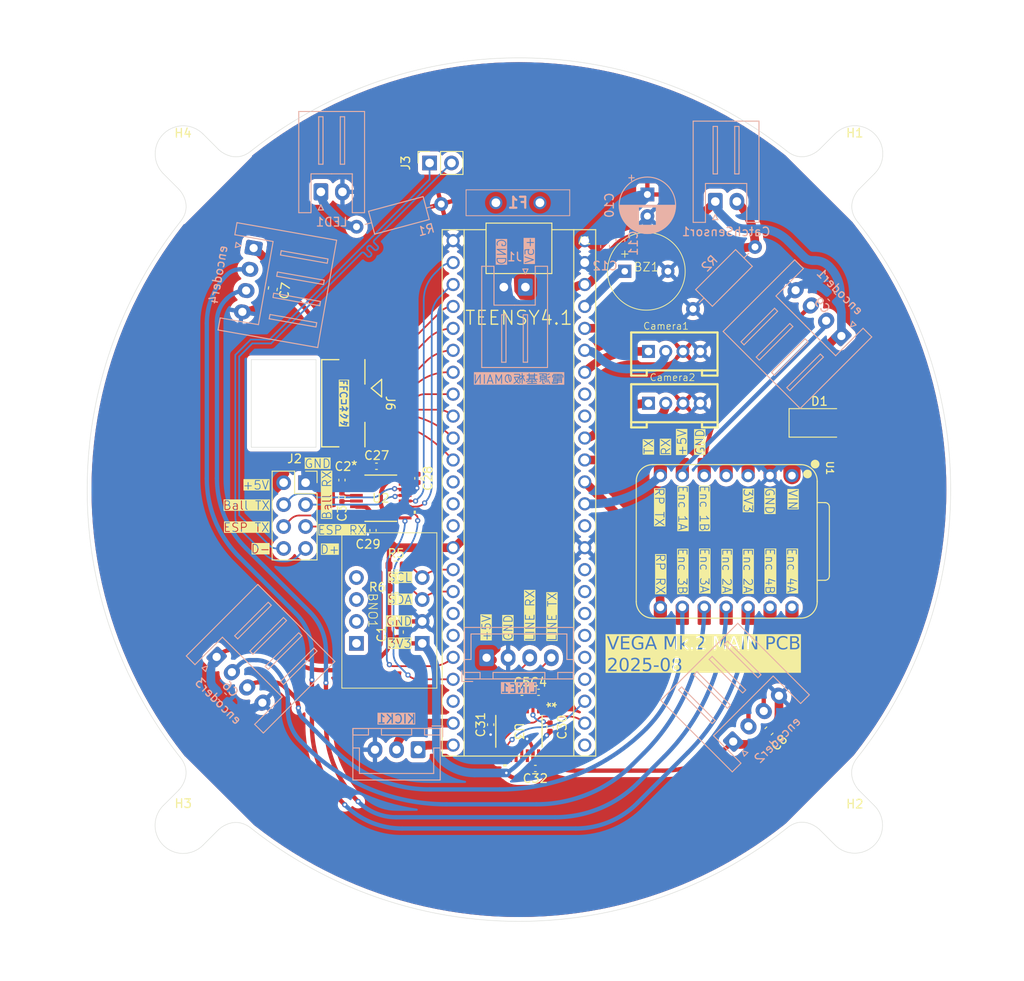
<source format=kicad_pcb>
(kicad_pcb (version 20241229) (generator "pcbnew") (generator_version "9.0")
  (layers (0 "F.Cu" signal) (2 "B.Cu" signal) (13 "F.Paste" user) (15 "B.Paste" user) (5 "F.SilkS" user "F.Silkscreen") (7 "B.SilkS" user "B.Silkscreen") (1 "F.Mask" user) (3 "B.Mask" user) (25 "Edge.Cuts" user))
  (net 0 "")
  (net 9 "+3.3V")
  (net 13 "Gyro-SDA")
  (net 14 "Gyro-SCL")
  (net 18 "+5V")
  (net 19 "M2 EN")
  (net 20 "M3 PH")
  (net 22 "M1 EN")
  (net 24 "M1 PH")
  (net 25 "M4 EN")
  (net 26 "M2 PH")
  (net 27 "M3 EN")
  (net 28 "M4 PH")
  (net 30 "GND")
  (net 31 "1C1+")
  (net 34 "1C1-")
  (net 36 "Net-(D1-K)")
  (net 38 "2C1+")
  (net 39 "2C1-")
  (net 40 "2C2-")
  (net 41 "2C2+")
  (net 42 "2V+")
  (net 43 "2V-")
  (net 44 "TX_ESP RS232C")
  (net 45 "RX_ESP RS232C")
  (net 46 "TX_Ball RS232C")
  (net 47 "RX_Ball RS232C")
  (net 48 "RX_ESP")
  (net 49 "TX_ESP")
  (net 54 "RX_Ball")
  (net 55 "TX_Ball")
  (net 56 "Cam1 RX")
  (net 57 "Cam1 TX")
  (net 58 "Cam2 RX")
  (net 59 "Cam2 TX")
  (net 60 "Net-(J1-Pin_1)")
  (net 61 "LINE RX")
  (net 62 "LINE TX")
  (net 63 "encoder1 B")
  (net 64 "encoder3 B")
  (net 65 "RP2040 RX")
  (net 66 "encoder2 B")
  (net 67 "encoder2 A")
  (net 68 "encoder4 B")
  (net 69 "encoder4 A")
  (net 70 "encoder1 A")
  (net 71 "RP2040 TX")
  (net 73 "encoder3 A")
  (net 74 "LINE RX_RS232C")
  (net 75 "LINE TX_RS232C")
  (net 76 "KICK 2")
  (net 77 "KICK 1")
  (net 78 "1C2-")
  (net 79 "1C2+")
  (net 80 "1V+")
  (net 81 "1V-")
  (net 82 "Teensy4.1_D+")
  (net 83 "Teensy4.1_D-")
  (net 84 "Net-(LED1-Pin_1)")
  (net 85 "Ball Catch Sensor")
  (net 86 "Buzzer")
  (footprint "Capacitor_SMD:C_0402_1005Metric" (layer "F.Cu") (at 151.9 132.3 180)
    (property "Reference" "C32")
    (property "Value" "0.1uF")
  )
  (footprint "Diode_SMD:D_SMA" (layer "F.Cu") (at 184.798 92.276)
    (property "Reference" "D1")
    (property "Value" "D_Schottky")
  )
  (footprint "Capacitor_SMD:C_0402_1005Metric" (layer "F.Cu") (at 138.3 98.7 -90)
    (property "Reference" "C28")
    (property "Value" "0.1uF")
  )
  (footprint "FFC conector:FFC conector 0.5mm Pich" (layer "F.Cu") (at 129.66265 90 -90)
    (property "Reference" "J6")
    (property "Value" "Conn_01x08_Pin")
  )
  (footprint "MountingHole:MountingHole_3.2mm_M3" (layer "F.Cu") (at 188.890873 138.890873)
    (property "Reference" "H2")
    (property "Value" "MountingHole")
  )
  (footprint "Capacitor_SMD:C_0402_1005Metric" (layer "F.Cu") (at 129.5 98.9 90)
    (property "Reference" "C2")
    (property "Value" "0.1uF")
  )
  (footprint "Resistor_SMD:R_0603_1608Metric" (layer "F.Cu") (at 135.8 111.4 180)
    (property "Reference" "R6")
    (property "Value" "1kΩ")
  )
  (footprint "Capacitor_SMD:C_0603_1608Metric_Pad1.08x0.95mm_HandSolder" (layer "F.Cu") (at 178.96 127.95 45)
    (property "Reference" "C8")
    (property "Value" "0.1μF")
  )
  (footprint "GROVE:GROVE-HW4-2.0" (layer "F.Cu") (at 168 84)
    (property "Reference" "Camera1")
    (property "Value" "Conn_01x04_Pin")
  )
  (footprint "Teensy4.1:TEENSY4.1" (layer "F.Cu") (at 157.62 71.171 180)
    (property "Reference" "A1")
    (property "Value" "TEENSY4.1")
  )
  (footprint "Connector_PinSocket_2.54mm:PinSocket_1x02_P2.54mm_Vertical" (layer "F.Cu") (at 139.65 62.175 90)
    (property "Reference" "J3")
    (property "Value" "Conn_01x02_Pin")
  )
  (footprint "BNO055:BNO055" (layer "F.Cu") (at 135 114 180)
    (property "Reference" "BNO1")
    (property "Value" "Conn_01x08_Pin")
  )
  (footprint "Capacitor_SMD:C_0402_1005Metric" (layer "F.Cu") (at 133.5 97.3 180)
    (property "Reference" "C27")
    (property "Value" "0.1uF")
  )
  (footprint "Connector_PinSocket_2.54mm:PinSocket_2x04_P2.54mm_Vertical" (layer "F.Cu") (at 125.29 99.2)
    (property "Reference" "J2")
    (property "Value" "Conn_02x04_Odd_Even")
  )
  (footprint "GROVE:GROVE-HW4-2.0" (layer "F.Cu") (at 168 90)
    (property "Reference" "Camera2")
    (property "Value" "Conn_01x04_Pin")
  )
  (footprint "MountingHole:MountingHole_3.2mm_M3" (layer "F.Cu") (at 188.890873 61.109127)
    (property "Reference" "H1")
    (property "Value" "MountingHole")
  )
  (footprint "Resistor_SMD:R_0603_1608Metric" (layer "F.Cu") (at 135.775 108.8 180)
    (property "Reference" "R5")
    (property "Value" "1kΩ")
  )
  (footprint "Capacitor_SMD:C_0603_1608Metric_Pad1.08x0.95mm_HandSolder" (layer "F.Cu") (at 136.1 116.5 90)
    (property "Reference" "C1")
    (property "Value" "0.1μF")
  )
  (footprint "MountingHole:MountingHole_3.2mm_M3" (layer "F.Cu") (at 111.109127 138.890873)
    (property "Reference" "H3")
    (property "Value" "MountingHole")
  )
  (footprint "MAIN:Buzzer UDX01CLFPH" (layer "F.Cu") (at 164.755 74.72)
    (property "Reference" "BZ1")
    (property "Value" "Buzzer")
  )
  (footprint "Capacitor_SMD:C_0603_1608Metric_Pad1.08x0.95mm_HandSolder" (layer "F.Cu") (at 121.495868 76.736615 -100)
    (property "Reference" "C7")
    (property "Value" "0.1μF")
  )
  (footprint "Capacitor_SMD:C_0402_1005Metric" (layer "F.Cu") (at 150.35 123.475)
    (property "Reference" "C5")
    (property "Value" "0.1uF")
  )
  (footprint "RS232C ADM3202ARUZ:RU_16_ADI" (layer "F.Cu") (at 134 101)
    (property "Reference" "U2")
    (property "Value" "ADM3202ARUZ-REEL7")
  )
  (footprint "Capacitor_SMD:C_0402_1005Metric" (layer "F.Cu") (at 133.1 104.72 90)
    (property "Reference" "C29")
    (property "Value" "0.1uF")
  )
  (footprint "Capacitor_SMD:C_0402_1005Metric" (layer "F.Cu") (at 129.5 100.9 90)
    (property "Reference" "C3")
    (property "Value" "0.1uF")
  )
  (footprint "Capacitor_SMD:C_0402_1005Metric" (layer "F.Cu") (at 153.6 127.5 90)
    (property "Reference" "C30")
    (property "Value" "0.1uF")
  )
  (footprint "MountingHole:MountingHole_3.2mm_M3" (layer "F.Cu") (at 111.109127 61.109127)
    (property "Reference" "H4")
    (property "Value" "MountingHole")
  )
  (footprint "Capacitor_SMD:C_0402_1005Metric" (layer "F.Cu") (at 152.275 123.475)
    (property "Reference" "C4")
    (property "Value" "0.1uF")
  )
  (footprint "ESP32:XIAO-RP2040-DIP" (layer "F.Cu") (at 174 106 -90)
    (property "Reference" "U1")
    (property "Value" "XIAO_RP2040_Back_Ver")
  )
  (footprint "RS232C ADM3202ARUZ:RU_16_ADI" (layer "F.Cu") (at 150 128 -90)
    (property "Reference" "U3")
    (property "Value" "ADM3202ARUZ-REEL7")
  )
  (footprint "Capacitor_SMD:C_0402_1005Metric" (layer "F.Cu") (at 146.725 127.225 90)
    (property "Reference" "C31")
    (property "Value" "0.1uF")
  )
  (footprint "Capacitor_THT:CP_Radial_D6.3mm_P2.50mm" (layer "B.Cu") (at 164.875 65.825 -90)
    (property "Reference" "C10")
    (property "Value" "100uF")
  )
  (footprint "Connector_JST:JST_XH_S2B-XH-A_1x02_P2.50mm_Horizontal" (layer "B.Cu") (at 172.74 66.64)
    (property "Reference" "CatchSensor1")
    (property "Value" "Conn_01x02_Pin")
  )
  (footprint "Connector_JST:JST_XH_S4B-XH-A_1x04_P2.50mm_Horizontal" (layer "B.Cu") (at 114.988831 119.377868 -45)
    (property "Reference" "encoder3")
    (property "Value" "Conn_01x04_Pin")
  )
  (footprint "Connector_JST:JST_XH_S4B-XH-A_1x04_P2.50mm_Horizontal" (layer "B.Cu") (at 187.346169 82.215132 135)
    (property "Reference" "encoder1")
    (property "Value" "Conn_01x04_Pin")
  )
  (footprint "Connector_JST:JST_XH_B4B-XH-A_1x04_P2.50mm_Vertical" (layer "B.Cu") (at 146.25 119.475)
    (property "Reference" "LINE1")
    (property "Value" "Conn_01x04_Pin")
  )
  (footprint "Connector_JST:JST_XH_S2B-XH-A_1x02_P2.50mm_Horizontal" (layer "B.Cu") (at 150.75 76.55 180)
    (property "Reference" "J1")
    (property "Value" "Conn_01x02_Pin")
  )
  (footprint "Capacitor_SMD:C_0603_1608Metric_Pad1.08x0.95mm_HandSolder" (layer "B.Cu") (at 115.660583 124.009418 -45)
    (property "Reference" "C6")
    (property "Value" "0.1μF")
  )
  (footprint "Connector_JST:JST_XH_S2B-XH-A_1x02_P2.50mm_Horizontal" (layer "B.Cu") (at 127.06 65.52)
    (property "Reference" "LED1")
    (property "Value" "Conn_01x02_Pin")
  )
  (footprint "Connector_JST:JST_XH_B3B-XH-A_1x03_P2.50mm_Vertical" (layer "B.Cu") (at 138.325 130.125 180)
    (property "Reference" "KICK1")
    (property "Value" "Conn_01x03_Pin")
  )
  (footprint "Connector_JST:JST_XH_S4B-XH-A_1x04_P2.50mm_Horizontal" (layer "B.Cu") (at 119.273594 72.027885 -100)
    (property "Reference" "encoder4")
    (property "Value" "Conn_01x04_Pin")
  )
  (footprint "Resistor_THT:R_Axial_DIN0207_L6.3mm_D2.5mm_P10.16mm_Horizontal" (layer "B.Cu") (at 131.19 69.56 15)
    (property "Reference" "R1")
    (property "Value" "100")
  )
  (footprint "Capacitor_SMD:C_0603_1608Metric" (layer "B.Cu") (at 159.975 71.85 -90)
    (property "Reference" "C12")
    (property "Value" "0.1uF")
  )
  (footprint "Resistor_THT:R_Axial_DIN0207_L6.3mm_D2.5mm_P10.16mm_Horizontal" (layer "B.Cu") (at 177.34 71.9 -135)
    (property "Reference" "R2")
    (property "Value" "R")
  )
  (footprint "Capacitor_SMD:C_0603_1608Metric" (layer "B.Cu") (at 161.75 71.125 -90)
    (property "Reference" "C11")
    (property "Value" "10uF")
  )
  (footprint "Connector_JST:JST_XH_S4B-XH-A_1x04_P2.50mm_Horizontal" (layer "B.Cu") (at 174.814466 129.180534 45)
    (property "Reference" "encoder2")
    (property "Value" "Conn_01x04_Pin")
  )
  (footprint "MAIN:MFR300" (layer "B.Cu") (at 147.33 66.78)
    (property "Reference" "F1")
    (property "Value" "Fuse" (hide yes))
  )
  (footprint "Capacitor_SMD:C_0603_1608Metric_Pad1.08x0.95mm_HandSolder" (layer "B.Cu") (at 186.23988 77.66988 135)
    (property "Reference" "C9")
    (property "Value" "0.1μF")
  )
  (gr_poly (pts (xy 150.875 65.225) (xy 153.875 65.225) (xy 153.875 68.125) (xy 150.875 68.125)) (stroke (width 0.2)) (fill yes) (layer "F.Cu") (net 18))
  (gr_poly (pts (xy 153.225 76.125) (xy 152.625 77.475) (xy 151.5 78) (xy 150.2 77.9) (xy 149.575 77.025) (xy 149.5 75.25) (xy 149.85 73.15)) (stroke (width 0.2)) (fill yes) (layer "F.Cu") (net 60))
  (gr_poly (pts (xy 149 76.2) (xy 149.15 75.3) (xy 148.075 74.5) (xy 146.85 75.325) (xy 146.65 76.875) (xy 147.45 78.25) (xy 149.05 78.225) (xy 149.25 77.7)) (stroke (width 0.2)) (fill yes) (layer "B.Cu") (net 30))
  (gr_line (start 184.787863 60.616038) (end 186.592824 58.811077) (stroke (width 0.05)) (layer "Edge.Cuts"))
  (gr_line (start 126.5 84.95001) (end 119 84.95001) (stroke (width 0.05)) (layer "Edge.Cuts"))
  (gr_line (start 126.5 95.1) (end 119 95.1) (stroke (width 0.05)) (layer "Edge.Cuts"))
  (gr_line (start 191.171068 136.610677) (end 189.366534 134.806143) (stroke (width 0.05)) (layer "Edge.Cuts"))
  (gr_line (start 113.407127 58.811127) (end 115.211564 60.615564) (stroke (width 0.05)) (layer "Edge.Cuts"))
  (gr_line (start 108.811213 136.59296) (end 110.615106 134.789067) (stroke (width 0.05)) (layer "Edge.Cuts"))
  (gr_line (start 108.811129 63.407127) (end 110.615565 65.211563) (stroke (width 0.05)) (layer "Edge.Cuts"))
  (gr_curve (pts (xy 119.006929 60.761879) (xy 117.016001 62.42) (xy 115.211564 60.615564) (xy 115.211564 60.615564)) (stroke (width 0.05)) (layer "Edge.Cuts"))
  (gr_curve (pts (xy 110.742739 69.028714) (xy 112.42 67.015998) (xy 110.615565 65.211563) (xy 110.615565 65.211563)) (stroke (width 0.05)) (layer "Edge.Cuts"))
  (gr_curve (pts (xy 110.729637 130.954671) (xy 112.419002 132.985173) (xy 110.615107 134.789067) (xy 110.615107 134.789067)) (stroke (width 0.05)) (layer "Edge.Cuts"))
  (gr_arc (start 108.811127 63.407127) (mid 108.811127 58.811127) (end 113.407127 58.811127) (stroke (width 0.05)) (layer "Edge.Cuts"))
  (gr_line (start 113.407041 141.188787) (end 115.211021 139.384807) (stroke (width 0.05)) (layer "Edge.Cuts"))
  (gr_line (start 126.5 84.95001) (end 126.5 95.1) (stroke (width 0.05)) (layer "Edge.Cuts"))
  (gr_arc (start 113.407041 141.188787) (mid 108.811213 141.188787) (end 108.811213 136.592959) (stroke (width 0.05)) (layer "Edge.Cuts"))
  (gr_curve (pts (xy 181.012741 139.220847) (xy 183.002 137.56239) (xy 184.806339 139.366731) (xy 184.806339 139.366731)) (stroke (width 0.05)) (layer "Edge.Cuts"))
  (gr_curve (pts (xy 189.252193 130.972169) (xy 187.562 133.001603) (xy 189.366534 134.806143) (xy 189.366534 134.806143)) (stroke (width 0.05)) (layer "Edge.Cuts"))
  (gr_line (start 186.610677 141.171069) (end 184.806339 139.366731) (stroke (width 0.05)) (layer "Edge.Cuts"))
  (gr_arc (start 191.171069 136.610677) (mid 191.171069 141.171069) (end 186.610677 141.171069) (stroke (width 0.05)) (layer "Edge.Cuts"))
  (gr_arc (start 181.014376 139.222915) (mid 150.047807 150.003263) (end 119.060681 139.282148) (stroke (width 0.05)) (layer "Edge.Cuts"))
  (gr_arc (start 186.592823 58.811077) (mid 191.188923 58.811077) (end 191.188923 63.407177) (stroke (width 0.05)) (layer "Edge.Cuts"))
  (gr_curve (pts (xy 180.964585 60.741277) (xy 182.982901 62.421) (xy 184.787863 60.616038) (xy 184.787863 60.616038)) (stroke (width 0.05)) (layer "Edge.Cuts"))
  (gr_arc (start 189.277561 69.060008) (mid 200.000095 100.020487) (end 189.252193 130.972169) (stroke (width 0.05)) (layer "Edge.Cuts"))
  (gr_arc (start 119.007844 60.763038) (mid 149.982438 49.999474) (end 180.964585 60.741277) (stroke (width 0.05)) (layer "Edge.Cuts"))
  (gr_line (start 119 95.1) (end 119 84.95001) (stroke (width 0.05)) (layer "Edge.Cuts"))
  (gr_arc (start 110.729637 130.954671) (mid 99.996471 99.98942) (end 110.742739 69.028714) (stroke (width 0.05)) (layer "Edge.Cuts"))
  (gr_curve (pts (xy 189.277898 69.059743) (xy 187.579 67.017103) (xy 189.383961 65.212138) (xy 189.383961 65.212138)) (stroke (width 0.05)) (layer "Edge.Cuts"))
  (gr_line (start 191.188923 63.407177) (end 189.383961 65.212138) (stroke (width 0.05)) (layer "Edge.Cuts"))
  (gr_curve (pts (xy 119.060681 139.282148) (xy 117.015 137.580828) (xy 115.211021 139.384807) (xy 115.211021 139.384807)) (stroke (width 0.05)) (layer "Edge.Cuts"))
  (gr_text "Enc 4A" (at 180.997 106.675 270) (layer "F.SilkS" knockout) (effects (font (size 1 1) (thickness 0.1)) (justify left bottom)))
  (gr_text "LINE TX" (at 154.45 117.675 90) (layer "F.SilkS" knockout) (effects (font (size 1 1) (thickness 0.1)) (justify left bottom)))
  (gr_text "D+" (at 126.925 107.525 0) (layer "F.SilkS" knockout) (effects (font (size 1 1) (thickness 0.1)) (justify left bottom)))
  (gr_text "GND" (at 125.1 97.575 0) (layer "F.SilkS" knockout) (effects (font (size 1 1) (thickness 0.1)) (justify left bottom)))
  (gr_text "Enc 1B" (at 170.872 99.4 270) (layer "F.SilkS" knockout) (effects (font (size 1 1) (thickness 0.1)) (justify left bottom)))
  (gr_text "RP TX" (at 165.672 99.7 270) (layer "F.SilkS" knockout) (effects (font (size 1 1) (thickness 0.1)) (justify left bottom)))
  (gr_text "Enc 2A" (at 173.472 106.725 270) (layer "F.SilkS" knockout) (effects (font (size 1 1) (thickness 0.1)) (justify left bottom)))
  (gr_text "3V3" (at 175.947 99.825 270) (layer "F.SilkS" knockout) (effects (font (size 1 1) (thickness 0.1)) (justify left bottom)))
  (gr_text "ESP RX" (at 126.625 105.275 0) (layer "F.SilkS" knockout) (effects (font (size 1 1) (thickness 0.1)) (justify left bottom)))
  (gr_text "GND" (at 178.447 99.75 270) (layer "F.SilkS" knockout) (effects (font (size 1 1) (thickness 0.1)) (justify left bottom)))
  (gr_text "Enc 3A" (at 170.897 106.675 270) (layer "F.SilkS" knockout) (effects (font (size 1 1) (thickness 0.1)) (justify left bottom)))
  (gr_text "RP RX" (at 165.797 107.325 270) (layer "F.SilkS" knockout) (effects (font (size 1 1) (thickness 0.1)) (justify left bottom)))
  (gr_text "Enc 3B" (at 168.347 106.7 270) (layer "F.SilkS" knockout) (effects (font (size 1 1) (thickness 0.1)) (justify left bottom)))
  (gr_text "Enc 4B" (at 178.472 106.675 270) (layer "F.SilkS" knockout) (effects (font (size 1 1) (thickness 0.1)) (justify left bottom)))
  (gr_text "Enc 2A" (at 175.922 106.725 270) (layer "F.SilkS" knockout) (effects (font (size 1 1) (thickness 0.1)) (justify left bottom)))
  (gr_text "ESP TX" (at 115.7 104.975 0) (layer "F.SilkS" knockout) (effects (font (size 1 1) (thickness 0.1)) (justify left bottom)))
  (gr_text "Ball RX" (at 128.35 103.55 90) (layer "F.SilkS" knockout) (effects (font (size 1 1) (thickness 0.1)) (justify left bottom)))
  (gr_text "+5V" (at 146.825 117.625 90) (layer "F.SilkS" knockout) (effects (font (size 1 1) (thickness 0.1)) (justify left bottom)))
  (gr_text "VEGA Mk.2 MAIN PCB\n2025-08" (at 160.18 121.28 0) (layer "F.SilkS" knockout) (effects (font (size 1.5 1.5) (thickness 0.1)) (justify left bottom)))
  (gr_text "LINE RX" (at 151.875 117.65 90) (layer "F.SilkS" knockout) (effects (font (size 1 1) (thickness 0.1)) (justify left bottom)))
  (gr_text "GND" (at 149.35 117.6 90) (layer "F.SilkS" knockout) (effects (font (size 1 1) (thickness 0.1)) (justify left bottom)))
  (gr_text "Ball TX" (at 115.65 102.425 0) (layer "F.SilkS" knockout) (effects (font (size 1 1) (thickness 0.1)) (justify left bottom)))
  (gr_text "+5V" (at 117.95 100.075 0) (layer "F.SilkS" knockout) (effects (font (size 1 1) (thickness 0.1)) (justify left bottom)))
  (gr_text "VIN" (at 181.122 99.925 270) (layer "F.SilkS" knockout) (effects (font (size 1 1) (thickness 0.1)) (justify left bottom)))
  (gr_text "D-" (at 118.9 107.475 0) (layer "F.SilkS" knockout) (effects (font (size 1 1) (thickness 0.1)) (justify left bottom)))
  (gr_text "Enc 1A" (at 168.372 99.45 270) (layer "F.SilkS" knockout) (effects (font (size 1 1) (thickness 0.1)) (justify left bottom)))
  (gr_text "+5V" (at 151.825 70.7 90) (layer "B.SilkS" knockout) (effects (font (size 1 1) (thickness 0.1)) (justify left bottom mirror)))
  (gr_text "電源基板のMAIN" (at 155.25 87.825 0) (layer "B.SilkS" knockout) (effects (font (size 1 1) (thickness 0.1)) (justify left bottom mirror)))
  (gr_text "GND" (at 148.6 70.875 90) (layer "B.SilkS" knockout) (effects (font (size 1 1) (thickness 0.1)) (justify left bottom mirror)))
  (segment (start 134.982435 105.763435) (end 135.95 106.731) (width 0.5) (layer "F.Cu") (net 9))
  (segment (start 134.6 99.3) (end 134.634314 99.265686) (width 0.5) (layer "F.Cu") (net 9))
  (segment (start 130.72 120.92) (end 127.196173 120.92) (width 0.5) (layer "F.Cu") (net 9))
  (segment (start 153.75 81.912006) (end 153.75 90.257054) (width 1) (layer "F.Cu") (net 9))
  (segment (start 135.195377 98.838623) (end 135.667 98.367) (width 0.5) (layer "F.Cu") (net 9))
  (segment (start 142.38 106.731) (end 135.95 106.731) (width 1) (layer "F.Cu") (net 9))
  (segment (start 121.64564 75.614693) (end 121.64564 75.887218) (width 1) (layer "F.Cu") (net 9))
  (segment (start 124.54 78.26) (end 122.53603 76.25603) (width 0.5) (layer "F.Cu") (net 9))
  (segment (start 160.321838 72.888163) (end 160.51 72.7) (width 1) (layer "F.Cu") (net 9))
  (segment (start 150.025 99.25) (end 142.659965 106.615035) (width 1) (layer "F.Cu") (net 9))
  (segment (start 152.274999 130.8194) (end 152.274999 132.046505) (width 0.5) (layer "F.Cu") (net 9))
  (segment (start 178.35012 128.55988) (end 177.774766 129.135234) (width 1) (layer "F.Cu") (net 9))
  (segment (start 134.95 108.8) (end 134.95 107.9) (width 0.5) (layer "F.Cu") (net 9))
  (segment (start 134.848106 99.081106) (end 134.848106 98.197831) (width 0.5) (layer "F.Cu") (net 9))
  (segment (start 135.345558 117.675) (end 134.975 117.675) (width 0.5) (layer "F.Cu") (net 9))
  (segment (start 134.975 115.973959) (end 134.975 117.675) (width 0.5) (layer "F.Cu") (net 9))
  (segment (start 127.611 94.53355) (end 127.611 85.67405) (width 0.5) (layer "F.Cu") (net 9))
  (segment (start 134.95 107.9) (end 134.95 105.75) (width 0.5) (layer "F.Cu") (net 9))
  (segment (start 156.453037 132.55) (end 166.679855 132.55) (width 0.5) (layer "F.Cu") (net 9))
  (segment (start 135.069501 107.611499) (end 135.95 106.731) (width 0.5) (layer "F.Cu") (net 9))
  (segment (start 134.975 111.4) (end 134.975 115.973959) (width 0.5) (layer "F.Cu") (net 9))
  (segment (start 159.4 74.84) (end 159.593517 74.646483) (width 1) (layer "F.Cu") (net 9))
  (segment (start 186.53478 82.551221) (end 178.066 91.02) (width 1) (layer "F.Cu") (net 9))
  (segment (start 153.2 128.475) (end 153.532825 128.142175) (width 0.5) (layer "F.Cu") (net 9))
  (segment (start 152.38 132.3) (end 152.38 132.32831) (width 0.5) (layer "F.Cu") (net 9))
  (segment (start 176.54 94.70409) (end 176.54 98.38) (width 1) (layer "F.Cu") (net 9))
  (segment (start 160.51 72.7) (end 161.385197 71.824803) (width 1) (layer "F.Cu") (net 9))
  (segment (start 138.8 117.81) (end 137.180361 117.81) (width 0.5) (layer "F.Cu") (net 9))
  (segment (start 134 101.351472) (end 134 100.748528) (width 0.5) (layer "F.Cu") (net 9))
  (segment (start 134.95 105.75) (end 134.95 103.644975) (width 0.5) (layer "F.Cu") (net 9))
  (segment (start 156.090433 76.884568) (end 155.65 77.325) (width 1) (layer "F.Cu") (net 9))
  (segment (start 135.667 98.367) (end 135.038406 97.738406) (width 0.5) (layer "F.Cu") (net 9))
  (segment (start 135.176411 98.884411) (end 135.176411 98.517831) (width 0.5) (layer "F.Cu") (net 9))
  (segment (start 121.305492 118.48) (end 117.156476 118.48) (width 0.5) (layer "F.Cu") (net 9))
  (segment (start 134.95 108.8) (end 134.95 111.339645) (width 0.5) (layer "F.Cu") (net 9))
  (segment (start 136.069822 117.375) (end 135.3 117.375) (width 0.5) (layer "F.Cu") (net 9))
  (segment (start 119.434559 72.094559) (end 120.72 73.38) (width 1) (layer "F.Cu") (net 9))
  (segment (start 134.545014 118.820014) (end 133.664807 119.700221) (width 0.5) (layer "F.Cu") (net 9))
  (segment (start 176.87 129.51) (end 175.609867 129.51) (width 1) (layer "F.Cu") (net 9))
  (segment (start 133.784839 96.828838) (end 133.526 96.57) (width 0.5) (layer "F.Cu") (net 9))
  (segment (start 151.265381 133.45) (end 149.875 133.45) (width 0.5) (layer "F.Cu") (net 9))
  (segment (start 148.680026 132.955025) (end 148.540857 132.815857) (width 0.5) (layer "F.Cu") (net 9))
  (segment (start 171.918046 67.461953) (end 172.74 66.64) (width 1) (layer "F.Cu") (net 9))
  (segment (start 136.8194 98.725001) (end 137.08082 98.725001) (width 0.2) (layer "F.Cu") (net 9))
  (segment (start 158.249923 75.990078) (end 159.4 74.84) (width 1) (layer "F.Cu") (net 9))
  (segment (start 134.848106 98.197831) (end 134.848106 97.954961) (width 0.5) (layer "F.Cu") (net 9))
  (segment (start 133.219395 96.443) (end 129.82592 96.443) (width 0.5) (layer "F.Cu") (net 9))
  (segment (start 134.975 117.675) (end 134.975 117.781936) (width 0.5) (layer "F.Cu") (net 9))
  (segment (start 136 98.7) (end 135.667 98.367) (width 0.5) (layer "F.Cu") (net 9))
  (segment (start 135.4 117) (end 135.523851 117.123851) (width 0.5) (layer "F.Cu") (net 9))
  (segment (start 135.95 106.731) (end 135.34587 106.731) (width 1) (layer "F.Cu") (net 9))
  (via (at 153.2 128.475) (size 0.6) (drill 0.3) (layers "F.Cu" "B.Cu") (net 9))
  (via (at 148.540857 132.815857) (size 0.6) (drill 0.3) (layers "F.Cu" "B.Cu") (net 9))
  (arc (start 157.62 76.251) (mid 157.960912 76.183188) (end 158.249923 75.990078) (width 1) (layer "F.Cu") (net 9))
  (arc (start 142.659965 106.615035) (mid 142.531516 106.700862) (end 142.38 106.731) (width 1) (layer "F.Cu") (net 9))
  (arc (start 134.975 117.781936) (mid 134.86325 118.34374) (end 134.545014 118.820014) (width 0.5) (layer "F.Cu") (net 9))
  (arc (start 157.62 76.251) (mid 156.792204 76.415659) (end 156.090433 76.884568) (width 1) (layer "F.Cu") (net 9))
  (arc (start 123.43 119.36) (mid 122.455267 118.708705) (end 121.305492 118.48) (width 0.5) (layer "F.Cu") (net 9))
  (arc (start 152.274999 132.046505) (mid 152.302288 132.183695) (end 152.38 132.3) (width 0.5) (layer "F.Cu") (net 9))
  (arc (start 133.526 96.57) (mid 133.385329 96.476006) (end 133.219395 96.443) (width 0.5) (layer "F.Cu") (net 9))
  (arc (start 128.107 95.731) (mid 127.739906 95.181605) (end 127.611 94.53355) (width 0.5) (layer "F.Cu") (net 9))
  (arc (start 153.75 90.257054) (mid 152.781904 95.124002) (end 150.025 99.25) (width 1) (layer "F.Cu") (net 9))
  (arc (start 153.532825 128.142175) (mid 153.582542 128.067768) (end 153.6 127.98) (width 0.5) (layer "F.Cu") (net 9))
  (arc (start 161.385197 71.824803) (mid 162.575702 71.029332) (end 163.98 70.75) (width 1) (layer "F.Cu") (net 9))
  (arc (start 134 100.748528) (mid 134.155935 99.964591) (end 134.6 99.3) (width 0.5) (layer "F.Cu") (net 9))
  (arc (start 129.82592 96.443) (mid 128.895647 96.257957) (end 128.107 95.731) (width 0.5) (layer "F.Cu") (net 9))
  (arc (start 134.95 111.339645) (mid 134.956498 111.372308) (end 134.975 111.4) (width 0.5) (layer "F.Cu") (net 9))
  (arc (start 134.95 105.75) (mid 134.967554 105.753492) (end 134.982435 105.763435) (width 0.5) (layer "F.Cu") (net 9))
  (arc (start 133.98 97.3) (mid 133.929279 97.045009) (end 133.784839 96.828838) (width 0.5) (layer "F.Cu") (net 9))
  (arc (start 152.38 132.32831) (mid 152.294235 132.759476) (end 152.05 133.125) (width 0.5) (layer "F.Cu") (net 9))
  (arc (start 163.98 70.75) (mid 168.27604 69.895465) (end 171.918046 67.461953) (width 1) (layer "F.Cu") (net 9))
  (arc (start 135.176411 98.884411) (mid 135.18134 98.859631) (end 135.195377 98.838623) (width 0.5) (layer "F.Cu") (net 9))
  (arc (start 159.94 73.81) (mid 160.039236 73.311105) (end 160.321838 72.888163) (width 1) (layer "F.Cu") (net 9))
  (arc (start 137.180361 117.81) (mid 136.595673 117.693699) (end 136.1 117.3625) (width 0.5) (layer "F.Cu") (net 9))
  (arc (start 135.34587 106.731) (mid 135.321046 106.735938) (end 135.3 106.75) (width 1) (layer "F.Cu") (net 9))
  (arc (start 134.634314 99.265686) (mid 135.260896 98.847017) (end 136 98.7) (width 0.5) (layer "F.Cu") (net 9))
  (arc (start 155.65 77.325) (mid 154.243794 79.429536) (end 153.75 81.912006) (width 1) (layer "F.Cu") (net 9))
  (arc (start 134.95 107.9) (mid 134.981057 107.743864) (end 135.069501 107.611499) (width 0.5) (layer "F.Cu") (net 9))
  (arc (start 152.05 133.125) (mid 151.690014 133.365536) (end 151.265381 133.45) (width 0.5) (layer "F.Cu") (net 9))
  (arc (start 136.1 117.3625) (mid 136.086154 117.371751) (end 136.069822 117.375) (width 0.5) (layer "F.Cu") (net 9))
  (arc (start 137.08082 98.725001) (mid 137.740635 98.593755) (end 138.3 98.22) (width 0.2) (layer "F.Cu") (net 9))
  (arc (start 135.176411 98.517831) (mid 135.195016 98.424296) (end 135.248 98.345) (width 0.5) (layer "F.Cu") (net 9))
  (arc (start 175.609867 129.51) (mid 175.179399 129.424375) (end 174.814466 129.180534) (width 1) (layer "F.Cu") (net 9))
  (arc (start 135.038406 97.738406) (mid 134.552805 97.413938) (end 133.98 97.3) (width 0.5) (layer "F.Cu") (net 9))
  (arc (start 152.274999 130.8194) (mid 154.191899 132.100231) (end 156.453037 132.55) (width 0.5) (layer "F.Cu") (net 9))
  (arc (start 119.273594 72.027885) (mid 119.360708 72.045213) (end 119.434559 72.094559) (width 1) (layer "F.Cu") (net 9))
  (arc (start 177.774766 129.135234) (mid 177.359655 129.412602) (end 176.87 129.51) (width 1) (layer "F.Cu") (net 9))
  (arc (start 134.6 102.8) (mid 134.155935 102.13541) (end 134 101.351472) (width 0.5) (layer "F.Cu") (net 9))
  (arc (start 120.72 73.38) (mid 121.405074 74.405286) (end 121.64564 75.614693) (width 1) (layer "F.Cu") (net 9))
  (arc (start 134.848106 98.197831) (mid 134.897563 97.949192) (end 135.038406 97.738406) (width 0.5) (layer "F.Cu") (net 9))
  (arc (start 187.346169 82.215132) (mid 186.907048 82.302479) (end 186.53478 82.551221) (width 1) (layer "F.Cu") (net 9))
  (arc (start 134.95 103.644975) (mid 134.859038 103.187677) (end 134.6 102.8) (width 0.5) (layer "F.Cu") (net 9))
  (arc (start 122.53603 76.25603) (mid 122.127516 75.983069) (end 121.64564 75.887218) (width 0.5) (layer "F.Cu") (net 9))
  (arc (start 178.066 91.02) (mid 176.936595 92.710275) (end 176.54 94.70409) (width 1) (layer "F.Cu") (net 9))
  (arc (start 134.848106 97.954961) (mid 134.794131 97.683613) (end 134.640425 97.453575) (width 0.5) (layer "F.Cu") (net 9))
  (arc (start 127.196173 120.92) (mid 125.157935 120.514569) (end 123.43 119.36) (width 0.5) (layer "F.Cu") (net 9))
  (arc (start 159.593517 74.646483) (mid 159.849952 74.262701) (end 159.94 73.81) (width 1) (layer "F.Cu") (net 9))
  (arc (start 166.679855 132.55) (mid 171.082275 131.674304) (end 174.814466 129.180534) (width 0.5) (layer "F.Cu") (net 9))
  (arc (start 117.156476 118.48) (mid 115.983355 118.713348) (end 114.988831 119.377868) (width 0.5) (layer "F.Cu") (net 9))
  (arc (start 149.875 133.45) (mid 149.228285 133.32136) (end 148.680026 132.955025) (width 0.5) (layer "F.Cu") (net 9))
  (arc (start 136.1 117.3625) (mid 135.753859 117.593784) (end 135.345558 117.675) (width 0.5) (layer "F.Cu") (net 9))
  (arc (start 135.523851 117.123851) (mid 135.78819 117.300477) (end 136.1 117.3625) (width 0.5) (layer "F.Cu") (net 9))
  (arc (start 133.664807 119.700221) (mid 132.313718 120.60299) (end 130.72 120.92) (width 0.5) (layer "F.Cu") (net 9))
  (arc (start 134.975 115.973959) (mid 135.085454 116.529248) (end 135.4 117) (width 0.5) (layer "F.Cu") (net 9))
  (arc (start 127.611 85.67405) (mid 126.812873 81.661595) (end 124.54 78.26) (width 0.5) (layer "F.Cu") (net 9))
  (segment (start 149.860444 131.814555) (end 153.2 128.475) (width 0.5) (layer "B.Cu") (net 9))
  (segment (start 173.291543 67.971544) (end 174.36 69.04) (width 1) (layer "B.Cu") (net 9))
  (segment (start 140.44 129.944609) (end 140.44 121.76931) (width 1) (layer "B.Cu") (net 9))
  (segment (start 176.194802 69.8) (end 177.818385 69.8) (width 1) (layer "B.Cu") (net 9))
  (segment (start 187.346169 82.215132) (end 187.346169 79.478197) (width 1) (layer "B.Cu") (net 9))
  (segment (start 114.32 122.089167) (end 114.32 120.992569) (width 1) (layer "B.Cu") (net 9))
  (segment (start 148.540857 132.815857) (end 148.696893 132.815857) (width 0.5) (layer "B.Cu") (net 9))
  (segment (start 148.540857 132.815857) (end 144.861024 132.815857) (width 1) (layer "B.Cu") (net 9))
  (segment (start 114.980816 123.230816) (end 114.66 122.91) (width 1) (layer "B.Cu") (net 9))
  (segment (start 187.23237 77.318341) (end 187.23237 78.86763) (width 1) (layer "B.Cu") (net 9))
  (segment (start 148.696893 132.815857) (end 148.938056 132.574694) (width 0.5) (layer "B.Cu") (net 9))
  (segment (start 184.01 73.47) (end 184.278335 73.47) (width 1) (layer "B.Cu") (net 9))
  (segment (start 181.15 71.18) (end 183.036949 73.066949) (width 1) (layer "B.Cu") (net 9))
  (arc (start 187.346169 79.478197) (mid 187.217157 78.829608) (end 186.84976 78.27976) (width 1) (layer "B.Cu") (net 9))
  (arc (start 172.74 66.64) (mid 172.883341 67.360626) (end 173.291543 67.971544) (width 1) (layer "B.Cu") (net 9))
  (arc (start 148.938056 132.574694) (mid 149.41719 132.216296) (end 149.860444 131.814555) (width 0.5) (layer "B.Cu") (net 9))
  (arc (start 114.32 120.992569) (mid 114.493823 120.118699) (end 114.988831 119.377868) (width 1) (layer "B.Cu") (net 9))
  (arc (start 183.036949 73.066949) (mid 183.483389 73.36525) (end 184.01 73.47) (width 1) (layer "B.Cu") (net 9))
  (arc (start 140.44 121.76931) (mid 140.013778 119.626547) (end 138.8 117.81) (width 1) (layer "B.Cu") (net 9))
  (arc (start 115.050703 123.399538) (mid 115.03254 123.308226) (end 114.980816 123.230816) (width 1) (layer "B.Cu") (net 9))
  (arc (start 140.96 131.2) (mid 140.575143 130.624022) (end 140.44 129.944609) (width 1) (layer "B.Cu") (net 9))
  (arc (start 184.278335 73.47) (mid 185.166797 73.646727) (end 185.92 74.15) (width 1) (layer "B.Cu") (net 9))
  (arc (start 185.92 74.15) (mid 186.891296 75.603647) (end 187.23237 77.318341) (width 1) (layer "B.Cu") (net 9))
  (arc (start 174.36 69.04) (mid 175.201814 69.602482) (end 176.194802 69.8) (width 1) (layer "B.Cu") (net 9))
  (arc (start 114.66 122.91) (mid 114.408363 122.533399) (end 114.32 122.089167) (width 1) (layer "B.Cu") (net 9))
  (arc (start 177.818385 69.8) (mid 179.621442 70.15865) (end 181.15 71.18) (width 1) (layer "B.Cu") (net 9))
  (arc (start 144.861024 132.815857) (mid 142.749805 132.39591) (end 140.96 131.2) (width 1) (layer "B.Cu") (net 9))
  (segment (start 138.067505 111.997505) (end 138.8 112.73) (width 0.2) (layer "F.Cu") (net 13))
  (segment (start 142.38 111.811) (end 141.018662 111.811) (width 0.2) (layer "F.Cu") (net 13))
  (arc (start 141.018662 111.811) (mid 139.817931 112.04984) (end 138.8 112.73) (width 0.2) (layer "F.Cu") (net 13))
  (arc (start 136.625 111.4) (mid 137.405678 111.555287) (end 138.067505 111.997505) (width 0.2) (layer "F.Cu") (net 13))
  (segment (start 137.982757 109.372756) (end 138.8 110.19) (width 0.2) (layer "F.Cu") (net 14))
  (segment (start 142.38 109.271) (end 141.018662 109.271) (width 0.2) (layer "F.Cu") (net 14))
  (arc (start 136.6 108.8) (mid 137.348342 108.948855) (end 137.982757 109.372756) (width 0.2) (layer "F.Cu") (net 14))
  (arc (start 141.018662 109.271) (mid 139.817931 109.50984) (end 138.8 110.19) (width 0.2) (layer "F.Cu") (net 14))
  (segment (start 122.714645 99.114644) (end 121.8 98.2) (width 1) (layer "F.Cu") (net 18))
  (segment (start 156.440389 71.659611) (end 156.375 71.725) (width 1) (layer "F.Cu") (net 18))
  (segment (start 146.013119 120.046881) (end 145.21 120.85) (width 1) (layer "F.Cu") (net 18))
  (segment (start 147.02 120.7) (end 146.571734 120.251734) (width 1) (layer "F.Cu") (net 18))
  (segment (start 122.493934 99.306066) (end 121.8 100) (width 1) (layer "F.Cu") (net 18))
  (segment (start 122.75 99.2) (end 122.75 98.644975) (width 1) (layer "F.Cu") (net 18))
  (segment (start 146.25 119.475) (end 146.287347 119.437653) (width 1) (layer "F.Cu") (net 18))
  (segment (start 122.75 99.2) (end 121.5 99.2) (width 1) (layer "F.Cu") (net 18))
  (segment (start 145.772703 118.322703) (end 145.575 118.125) (width 1) (layer "F.Cu") (net 18))
  (segment (start 158.688649 71.613649) (end 158.8 71.725) (width 1) (layer "F.Cu") (net 18))
  (segment (start 146.865624 119.73) (end 146.94 119.73) (width 1) (layer "F.Cu") (net 18))
  (segment (start 122.75 99.2) (end 122.75 98.462132) (width 1) (layer "F.Cu") (net 18))
  (segment (start 145.14038 119.934619) (end 144.975 120.1) (width 1) (layer "F.Cu") (net 18))
  (segment (start 146.25 119.475) (end 147.289645 118.435355) (width 1) (layer "F.Cu") (net 18))
  (segment (start 157.62 71.171) (end 157.179252 71.171) (width 1) (layer "F.Cu") (net 18))
  (segment (start 157.62 71.171) (end 157.62 71.132904) (width 1) (layer "F.Cu") (net 18))
  (segment (start 157.62 71.171) (end 157.62 70.761335) (width 1) (layer "F.Cu") (net 18))
  (segment (start 157.62 71.171) (end 157.910393 71.171) (width 1) (layer "F.Cu") (net 18))
  (segment (start 146.25 119.475) (end 146.25 121.161716) (width 1) (layer "F.Cu") (net 18))
  (segment (start 145.524479 119.17448) (end 145.125 118.775) (width 1) (layer "F.Cu") (net 18))
  (segment (start 122.75 99.2) (end 122.648528 99.2) (width 1) (layer "F.Cu") (net 18))
  (arc (start 146.25 119.475) (mid 145.857351 119.396897) (end 145.524479 119.17448) (width 1) (layer "F.Cu") (net 18))
  (arc (start 157.62 71.132904) (mid 157.530338 70.682139) (end 157.275 70.3) (width 1) (layer "F.Cu") (net 18))
  (arc (start 157.62 71.171) (mid 156.981599 71.297986) (end 156.440389 71.659611) (width 1) (layer "F.Cu") (net 18))
  (arc (start 122.75 99.2) (mid 122.740811 99.153806) (end 122.714645 99.114644) (width 1) (layer "F.Cu") (net 18))
  (arc (start 122.75 98.644975) (mid 122.659038 98.187677) (end 122.4 97.8) (width 1) (layer "F.Cu") (net 18))
  (arc (start 122.75 99.2) (mid 122.611418 99.227566) (end 122.493934 99.306066) (width 1) (layer "F.Cu") (net 18))
  (arc (start 122.648528 99.2) (mid 121.86459 99.044065) (end 121.2 98.6) (width 1) (layer "F.Cu") (net 18))
  (arc (start 157.910393 71.171) (mid 158.297135 71.094072) (end 158.625 70.875) (width 1) (layer "F.Cu") (net 18))
  (arc (start 157.62 70.761335) (mid 157.699267 70.362834) (end 157.925 70.025) (width 1) (layer "F.Cu") (net 18))
  (arc (start 147.289645 118.435355) (mid 147.328806 118.409189) (end 147.375 118.4) (width 1) (layer "F.Cu") (net 18))
  (arc (start 157.62 71.171) (mid 158.198349 71.286041) (end 158.688649 71.613649) (width 1) (layer "F.Cu") (net 18))
  (arc (start 122.75 98.462132) (mid 122.788984 98.266148) (end 122.9 98.1) (width 1) (layer "F.Cu") (net 18))
  (arc (start 146.25 119.475) (mid 145.649478 119.594451) (end 145.14038 119.934619) (width 1) (layer "F.Cu") (net 18))
  (arc (start 146.25 119.475) (mid 146.532451 119.663728) (end 146.865624 119.73) (width 1) (layer "F.Cu") (net 18))
  (arc (start 146.25 121.161716) (mid 146.244802 121.187847) (end 146.23 121.21) (width 1) (layer "F.Cu") (net 18))
  (arc (start 146.25 119.475) (mid 146.188437 119.7845) (end 146.013119 120.046881) (width 1) (layer "F.Cu") (net 18))
  (arc (start 146.571734 120.251734) (mid 146.333616 119.895366) (end 146.25 119.475) (width 1) (layer "F.Cu") (net 18))
  (arc (start 146.25 119.475) (mid 146.125955 118.851381) (end 145.772703 118.322703) (width 1) (layer "F.Cu") (net 18))
  (arc (start 157.179252 71.171) (mid 156.825173 71.10057) (end 156.525 70.9) (width 1) (layer "F.Cu") (net 18))
  (arc (start 146.287347 119.437653) (mid 146.666766 118.869813) (end 146.8 118.2) (width 1) (layer "F.Cu") (net 18))
  (segment (start 161.020495 69.754505) (end 161.3 69.475) (width 1) (layer "B.Cu") (net 18))
  (segment (start 161.725305 70.35) (end 161.75 70.35) (width 1) (layer "B.Cu") (net 18))
  (segment (start 162.563173 68.386827) (end 164.698223 66.251777) (width 1) (layer "B.Cu") (net 18))
  (segment (start 157.73738 70.887621) (end 161.025 67.6) (width 1) (layer "B.Cu") (net 18))
  (segment (start 163.59467 66.35533) (end 162.525 67.425) (width 1) (layer "B.Cu") (net 18))
  (segment (start 161.025 67.6) (end 161.332753 67.292247) (width 1) (layer "B.Cu") (net 18))
  (segment (start 157.62 71.171) (end 159.743235 71.171) (width 1) (layer "B.Cu") (net 18))
  (segment (start 162.525 67.425) (end 159.612132 70.337868) (width 1) (layer "B.Cu") (net 18))
  (arc (start 159.975 71.075) (mid 160.778047 70.538422) (end 161.725305 70.35) (width 1) (layer "B.Cu") (net 18))
  (arc (start 164.875 65.825) (mid 164.18209 65.962828) (end 163.59467 66.35533) (width 1) (layer "B.Cu") (net 18))
  (arc (start 159.1 70.55) (mid 160.139364 70.343258) (end 161.020495 69.754505) (width 1) (layer "B.Cu") (net 18))
  (arc (start 164.698223 66.251777) (mid 164.829057 66.05597) (end 164.875 65.825) (width 1) (layer "B.Cu") (net 18))
  (arc (start 161.332753 67.292247) (mid 162.957949 66.206325) (end 164.875 65.825) (width 1) (layer "B.Cu") (net 18))
  (arc (start 159.743235 71.171) (mid 159.868666 71.14605) (end 159.975 71.075) (width 1) (layer "B.Cu") (net 18))
  (arc (start 161.75 70.35) (mid 161.961337 69.287538) (end 162.563173 68.386827) (width 1) (layer "B.Cu") (net 18))
  (arc (start 157.62 71.171) (mid 157.650506 71.017636) (end 157.73738 70.887621) (width 1) (layer "B.Cu") (net 18))
  (arc (start 159.612132 70.337868) (mid 159.377163 70.494869) (end 159.1 70.55) (width 1) (layer "B.Cu") (net 18))
  (segment (start 132.06265 88.250004) (end 140.914712 79.397942) (width 0.2) (layer "F.Cu") (net 19))
  (arc (start 140.914712 79.397942) (mid 141.586992 78.948739) (end 142.38 78.791) (width 0.2) (layer "F.Cu") (net 19))
  (segment (start 141.445513 95.636513) (end 142.38 96.571) (width 0.2) (layer "F.Cu") (net 20))
  (arc (start 132.06265 91.750004) (mid 137.140619 92.760075) (end 141.445513 95.636513) (width 0.2) (layer "F.Cu") (net 20))
  (segment (start 139.2 85.2) (end 139.220145 85.179855) (width 0.2) (layer "F.Cu") (net 22))
  (segment (start 137.33308 87.066921) (end 139.2 85.2) (width 0.2) (layer "F.Cu") (net 22))
  (arc (start 132.06265 89.250004) (mid 134.914986 88.682639) (end 137.33308 87.066921) (width 0.2) (layer "F.Cu") (net 22))
  (arc (start 139.220145 85.179855) (mid 140.669898 84.21116) (end 142.38 83.871) (width 0.2) (layer "F.Cu") (net 22))
  (segment (start 132.06265 89.750003) (end 133.675119 89.750003) (width 0.2) (layer "F.Cu") (net 24))
  (segment (start 141.736185 86.411) (end 142.38 86.411) (width 0.2) (layer "F.Cu") (net 24))
  (arc (start 133.675119 89.750003) (mid 135.961608 89.295192) (end 137.9 88) (width 0.2) (layer "F.Cu") (net 24))
  (arc (start 137.9 88) (mid 139.660056 86.823968) (end 141.736185 86.411) (width 0.2) (layer "F.Cu") (net 24))
  (segment (start 135.947906 90.250005) (end 132.06265 90.250005) (width 0.2) (layer "F.Cu") (net 25))
  (segment (start 142.38 88.951) (end 139.083982 88.951) (width 0.2) (layer "F.Cu") (net 25))
  (arc (start 139.083982 88.951) (mid 138.497335 89.067691) (end 138 89.4) (width 0.2) (layer "F.Cu") (net 25))
  (arc (start 138 89.4) (mid 137.058491 90.029096) (end 135.947906 90.250005) (width 0.2) (layer "F.Cu") (net 25))
  (segment (start 134.089578 87.910422) (end 139.459141 82.540859) (width 0.2) (layer "F.Cu") (net 26))
  (arc (start 132.06265 88.750003) (mid 133.159616 88.531803) (end 134.089578 87.910422) (width 0.2) (layer "F.Cu") (net 26))
  (arc (start 139.459141 82.540859) (mid 140.799242 81.645432) (end 142.38 81.331) (width 0.2) (layer "F.Cu") (net 26))
  (segment (start 132.06265 91.250003) (end 135.666079 91.250003) (width 0.2) (layer "F.Cu") (net 27))
  (arc (start 135.666079 91.250003) (mid 139.299627 91.972761) (end 142.38 94.031) (width 0.2) (layer "F.Cu") (net 27))
  (segment (start 132.06265 90.750004) (end 140.591077 90.750004) (width 0.2) (layer "F.Cu") (net 28))
  (arc (start 140.591077 90.750004) (mid 141.559235 90.942583) (end 142.38 91.491) (width 0.2) (layer "F.Cu") (net 28))
  (segment (start 151.624998 130.8194) (end 151.624998 131.805091) (width 0.4) (layer "F.Cu") (net 30))
  (segment (start 146.725 128.366465) (end 146.72 128.378536) (width 0.2) (layer "F.Cu") (net 30))
  (segment (start 150.95 128.875) (end 150.95 128.878193) (width 0.4) (layer "F.Cu") (net 30))
  (segment (start 133.1 105.2) (end 132.5 105.2) (width 0.5) (layer "F.Cu") (net 30))
  (segment (start 180.117767 126.017404) (end 180.117767 123.877233) (width 1) (layer "F.Cu") (net 30))
  (segment (start 120.61201 78.320098) (end 121.346096 77.586012) (width 1) (layer "F.Cu") (net 30))
  (segment (start 146.725 127.903536) (end 146.725 128.366465) (width 0.2) (layer "F.Cu") (net 30))
  (segment (start 151.624998 130.504589) (end 151.624998 130.8194) (width 0.4) (layer "F.Cu") (net 30))
  (segment (start 138.8 115.27) (end 136.987223 115.27) (width 0.5) (layer "F.Cu") (net 30))
  (segment (start 136.8194 99.375002) (end 137.829224 99.375002) (width 0.2) (layer "F.Cu") (net 30))
  (segment (start 138.3 99.75) (end 138.3 99.18) (width 0.2) (layer "F.Cu") (net 30))
  (segment (start 138.325 99.775) (end 138.3 99.75) (width 0.2) (layer "F.Cu") (net 30))
  (segment (start 150.95 128.878193) (end 151.055108 128.983301) (width 0.4) (layer "F.Cu") (net 30))
  (via (at 150.95 128.875) (size 0.6) (drill 0.3) (layers "F.Cu" "B.Cu") (net 30))
  (via (at 146.72 128.378536) (size 0.6) (drill 0.3) (layers "F.Cu" "B.Cu") (net 30))
  (via (at 138.175 99.825) (size 0.6) (drill 0.3) (layers "F.Cu" "B.Cu") (net 30))
  (via (at 132.5 105.2) (size 0.6) (drill 0.3) (layers "F.Cu" "B.Cu") (net 30))
  (arc (start 179.56988 127.34012) (mid 179.975376 126.733253) (end 180.117767 126.017404) (width 1) (layer "F.Cu") (net 30))
  (arc (start 151.055108 128.983301) (mid 151.477285 129.6928) (end 151.624998 130.504589) (width 0.4) (layer "F.Cu") (net 30))
  (arc (start 136.987223 115.27) (mid 136.507062 115.36551) (end 136.1 115.6375) (width 0.5) (layer "F.Cu") (net 30))
  (arc (start 117.971232 79.413944) (mid 119.400411 79.129663) (end 120.61201 78.320098) (width 1) (layer "F.Cu") (net 30))
  (arc (start 151.624998 131.805091) (mid 151.571721 132.072934) (end 151.42 132.3) (width 0.4) (layer "F.Cu") (net 30))
  (arc (start 137.829224 99.375002) (mid 138.084006 99.324322) (end 138.3 99.18) (width 0.2) (layer "F.Cu") (net 30))
  (segment (start 161.944072 72.255928) (end 161.361091 72.838909) (width 1) (layer "B.Cu") (net 30))
  (segment (start 161.75 71.9) (end 161.152351 72.497649) (width 1) (layer "B.Cu") (net 30))
  (segment (start 126.331335 98.768665) (end 126.7 98.4) (width 1) (layer "B.Cu") (net 30))
  (segment (start 116.302617 124.632616) (end 116.78 125.11) (width 1) (layer "B.Cu") (net 30))
  (segment (start 160.15 74.05) (end 161.361091 72.838909) (width 1) (layer "B.Cu") (net 30))
  (segment (start 182.120201 76.879798) (end 182.52 76.48) (width 1) (layer "B.Cu") (net 30))
  (segment (start 156.756204 74.068796) (end 156.35 74.475) (width 1) (layer "B.Cu") (net 30))
  (segment (start 126.331335 99.631335) (end 126.5 99.8) (width 1) (layer "B.Cu") (net 30))
  (segment (start 183.123553 76.23) (end 183.626203 76.23) (width 1) (layer "B.Cu") (net 30))
  (segment (start 159.975 72.625) (end 159.999695 72.625) (width 1) (layer "B.Cu") (net 30))
  (segment (start 162.7625 71.7125) (end 163.158363 71.316637) (width 1) (layer "B.Cu") (net 30))
  (segment (start 156.708405 73.333405) (end 156.55 73.175) (width 1) (layer "B.Cu") (net 30))
  (segment (start 117.407696 125.37) (end 118.629147 125.37) (width 1) (layer "B.Cu") (net 30))
  (segment (start 159.786318 72.813681) (end 159.975 72.625) (width 1) (layer "B.Cu") (net 30))
  (segment (start 158.2 74.325) (end 159.486091 74.325) (width 1) (layer "B.Cu") (net 30))
  (segment (start 164.875 68.928249) (end 164.875 68.325) (width 1) (layer "B.Cu") (net 30))
  (segment (start 164.875 68.325) (end 164.875 69.772183) (width 1) (layer "B.Cu") (net 30))
  (segment (start 125.29 99.2) (end 125.29 97.965563) (width 1) (layer "B.Cu") (net 30))
  (segment (start 125.495061 98.704939) (end 126 98.2) (width 1) (layer "B.Cu") (net 30))
  (segment (start 157.644042 73.769041) (end 158.2 74.325) (width 1) (layer "B.Cu") (net 30))
  (segment (start 163.158363 71.316637) (end 164.4 70.075) (width 1) (layer "B.Cu") (net 30))
  (segment (start 162.846294 71.7125) (end 162.7625 71.7125) (width 1) (layer "B.Cu") (net 30))
  (segment (start 161.830546 72.644455) (end 162.7625 71.7125) (width 1) (layer "B.Cu") (net 30))
  (arc (start 116.270463 124.619298) (mid 116.287864 124.622759) (end 116.302617 124.632616) (width 1) (layer "B.Cu") (net 30))
  (arc (start 159.999695 72.625) (mid 160.946954 72.436579) (end 161.75 71.9) (width 1) (layer "B.Cu") (net 30))
  (arc (start 125.29 99.2) (mid 125.343294 98.932075) (end 125.495061 98.704939) (width 1) (layer "B.Cu") (net 30))
  (arc (start 157.62 73.711) (mid 157.152517 73.803988) (end 156.756204 74.068796) (width 1) (layer "B.Cu") (net 30))
  (arc (start 157.62 73.711) (mid 157.126648 73.612866) (end 156.708405 73.333405) (width 1) (layer "B.Cu") (net 30))
  (arc (start 182.52 76.48) (mid 182.796912 76.294973) (end 183.123553 76.23) (width 1) (layer "B.Cu") (net 30))
  (arc (start 163.7379 71.5129) (mid 162.767087 71.706007) (end 161.944072 72.255928) (width 1) (layer "B.Cu") (net 30))
  (arc (start 125.29 99.2) (mid 125.853566 99.3121) (end 126.331335 99.631335) (width 1) (layer "B.Cu") (net 30))
  (arc (start 161.75 71.9) (mid 162.512201 71.748389) (end 163.158363 71.316637) (width 1) (layer "B.Cu") (net 30))
  (arc (start 125.29 99.2) (mid 125.853566 99.0879) (end 126.331335 98.768665) (width 1) (layer "B.Cu") (net 30))
  (arc (start 161.152351 72.497649) (mid 160.120781 73.186922) (end 158.903962 73.428962) (width 1) (layer "B.Cu") (net 30))
  (arc (start 182.042868 76.911831) (mid 182.084721 76.903506) (end 182.120201 76.879798) (width 1) (layer "B.Cu") (net 30))
  (arc (start 157.62 73.711) (mid 158.792403 73.477795) (end 159.786318 72.813681) (width 1) (layer "B.Cu") (net 30))
  (arc (start 183.626203 76.23) (mid 184.71065 76.44571) (end 185.63 77.06) (width 1) (layer "B.Cu") (net 30))
  (arc (start 116.78 125.11) (mid 117.06799 125.302428) (end 117.407696 125.37) (width 1) (layer "B.Cu") (net 30))
  (arc (start 157.62 73.711) (mid 157.626248 73.742412) (end 157.644042 73.769041) (width 1) (layer "B.Cu") (net 30))
  (arc (start 164.325 71.1) (mid 163.646564 71.553316) (end 162.846294 71.7125) (width 1) (layer "B.Cu") (net 30))
  (arc (start 118.629147 125.37) (mid 119.529148 125.190978) (end 120.292132 124.681169) (width 1) (layer "B.Cu") (net 30))
  (arc (start 161.361091 72.838909) (mid 161.648926 72.408134) (end 161.75 71.9) (width 1) (layer "B.Cu") (net 30))
  (arc (start 159.486091 74.325) (mid 159.845396 74.25353) (end 160.15 74.05) (width 1) (layer "B.Cu") (net 30))
  (arc (start 125.29 97.965563) (mid 125.318588 97.821842) (end 125.4 97.7) (width 1) (layer "B.Cu") (net 30))
  (arc (start 161.361091 72.838909) (mid 161.615158 72.788372) (end 161.830546 72.644455) (width 1) (layer "B.Cu") (net 30))
  (arc (start 164.875 69.772183) (mid 164.732059 70.490792) (end 164.325 71.1) (width 1) (layer "B.Cu") (net 30))
  (arc (start 164.4 70.075) (mid 164.751552 69.548866) (end 164.875 68.928249) (width 1) (layer "B.Cu") (net 30))
  (segment (start 131.1806 98.725001) (end 130.236338 98.725001) (width 0.2) (layer "F.Cu") (net 31))
  (arc (start 130.236338 98.725001) (mid 129.837834 98.645734) (end 129.5 98.42) (width 0.2) (layer "F.Cu") (net 31))
  (segment (start 131.1806 100.025001) (end 131.05717 100.025001) (width 0.2) (layer "F.Cu") (net 34))
  (arc (start 131.05717 100.025001) (mid 130.214436 99.857371) (end 129.5 99.38) (width 0.2) (layer "F.Cu") (net 34))
  (segment (start 181.62 98.38) (end 181.62 95.119944) (width 2) (layer "F.Cu") (net 36))
  (arc (start 181.62 95.119944) (mid 181.926152 93.580813) (end 182.798 92.276) (width 2) (layer "F.Cu") (net 36))
  (segment (start 152.274999 125.1806) (end 152.274999 124.633825) (width 0.2) (layer "F.Cu") (net 38))
  (arc (start 152.274999 124.633825) (mid 152.399747 124.006673) (end 152.755 123.475) (width 0.2) (layer "F.Cu") (net 38))
  (segment (start 150.974999 124.880333) (end 150.974999 125.1806) (width 0.2) (layer "F.Cu") (net 39))
  (segment (start 151.756109 123.568891) (end 151.35 123.975) (width 0.2) (layer "F.Cu") (net 39))
  (arc (start 151.795 123.475) (mid 151.784893 123.525813) (end 151.756109 123.568891) (width 0.2) (layer "F.Cu") (net 39))
  (arc (start 151.35 123.975) (mid 151.072459 124.39037) (end 150.974999 124.880333) (width 0.2) (layer "F.Cu") (net 39))
  (segment (start 149.675002 125.1806) (end 149.675002 123.945767) (width 0.2) (layer "F.Cu") (net 40))
  (arc (start 149.675002 123.945767) (mid 149.72568 123.69099) (end 149.87 123.475) (width 0.2) (layer "F.Cu") (net 40))
  (segment (start 150.325001 125.1806) (end 150.325001 124.572485) (width 0.2) (layer "F.Cu") (net 41))
  (segment (start 150.5 124.15) (end 150.586048 124.063952) (width 0.2) (layer "F.Cu") (net 41))
  (arc (start 150.586048 124.063952) (mid 150.766599 123.793738) (end 150.83 123.475) (width 0.2) (layer "F.Cu") (net 41))
  (arc (start 150.325001 124.572485) (mid 150.370481 124.343838) (end 150.5 124.15) (width 0.2) (layer "F.Cu") (net 41))
  (segment (start 151.625 125.180602) (end 151.625001 125.1806) (width 0.2) (layer "F.Cu") (net 42))
  (segment (start 153.6 127.02) (end 153.114706 127.02) (width 0.2) (layer "F.Cu") (net 42))
  (segment (start 151.625 126.225) (end 151.625 125.180602) (width 0.2) (layer "F.Cu") (net 42))
  (via (at 151.625 126.1) (size 0.6) (drill 0.3) (layers "F.Cu" "B.Cu") (net 42))
  (via (at 152.825 126.9) (size 0.6) (drill 0.3) (layers "F.Cu" "B.Cu") (net 42))
  (arc (start 153.114706 127.02) (mid 152.957918 126.988813) (end 152.825 126.9) (width 0.2) (layer "F.Cu") (net 42))
  (segment (start 151.625 126.225) (end 151.928769 126.528769) (width 0.2) (layer "B.Cu") (net 42))
  (arc (start 151.928769 126.528769) (mid 152.339963 126.80352) (end 152.825 126.9) (width 0.2) (layer "B.Cu") (net 42))
  (segment (start 149.025001 125.1806) (end 149.025001 125.92751) (width 0.2) (layer "F.Cu") (net 43))
  (segment (start 148.005025 126.7) (end 146.68 126.7) (width 0.2) (layer "F.Cu") (net 43))
  (arc (start 148.85 126.35) (mid 148.462322 126.609038) (end 148.005025 126.7) (width 0.2) (layer "F.Cu") (net 43))
  (arc (start 149.025001 125.92751) (mid 148.97952 126.15616) (end 148.85 126.35) (width 0.2) (layer "F.Cu") (net 43))
  (segment (start 123.6 103.4) (end 122.771213 104.228787) (width 0.2) (layer "F.Cu") (net 44))
  (segment (start 127.817157 103) (end 124.565685 103) (width 0.2) (layer "F.Cu") (net 44))
  (segment (start 131.1806 102.624998) (end 128.722492 102.624998) (width 0.2) (layer "F.Cu") (net 44))
  (arc (start 128.722492 102.624998) (mid 128.493841 102.670479) (end 128.3 102.8) (width 0.2) (layer "F.Cu") (net 44))
  (arc (start 124.565685 103) (mid 124.04306 103.103957) (end 123.6 103.4) (width 0.2) (layer "F.Cu") (net 44))
  (arc (start 122.771213 104.228787) (mid 122.755513 104.252284) (end 122.75 104.28) (width 0.2) (layer "F.Cu") (net 44))
  (arc (start 128.3 102.8) (mid 128.078469 102.948022) (end 127.817157 103) (width 0.2) (layer "F.Cu") (net 44))
  (segment (start 125.29 104.28) (end 127.299756 104.28) (width 0.2) (layer "F.Cu") (net 45))
  (segment (start 129.726043 103.274999) (end 131.1806 103.274999) (width 0.2) (layer "F.Cu") (net 45))
  (arc (start 127.299756 104.28) (mid 128.057563 104.129263) (end 128.7 103.7) (width 0.2) (layer "F.Cu") (net 45))
  (arc (start 128.7 103.7) (mid 129.170752 103.385453) (end 129.726043 103.274999) (width 0.2) (layer "F.Cu") (net 45))
  (segment (start 135.6 99.9) (end 136.517621 99.9) (width 0.2) (layer "F.Cu") (net 46))
  (via (at 135.6 99.9) (size 0.6) (drill 0.3) (layers "F.Cu" "B.Cu") (net 46))
  (arc (start 136.517621 99.9) (mid 136.680942 99.932487) (end 136.8194 100.025001) (width 0.2) (layer "F.Cu") (net 46))
  (segment (start 122.75 101.74) (end 122.767071 101.732929) (width 0.2) (layer "B.Cu") (net 46))
  (segment (start 126.782843 100.9) (end 133.034315 100.9) (width 0.2) (layer "B.Cu") (net 46))
  (segment (start 122.767071 101.732929) (end 123.6 100.9) (width 0.2) (layer "B.Cu") (net 46))
  (segment (start 124.565685 100.5) (end 125.817157 100.5) (width 0.2) (layer "B.Cu") (net 46))
  (segment (start 135.448528 99.9) (end 135.6 99.9) (width 0.2) (layer "B.Cu") (net 46))
  (segment (start 135.6 99.9) (end 135.7 99.9) (width 0.2) (layer "B.Cu") (net 46))
  (arc (start 123.6 100.9) (mid 124.04306 100.603957) (end 124.565685 100.5) (width 0.2) (layer "B.Cu") (net 46))
  (arc (start 133.034315 100.9) (mid 133.55694 100.796043) (end 134 100.5) (width 0.2) (layer "B.Cu") (net 46))
  (arc (start 125.817157 100.5) (mid 126.07847 100.551978) (end 126.3 100.7) (width 0.2) (layer "B.Cu") (net 46))
  (arc (start 126.3 100.7) (mid 126.521531 100.848021) (end 126.782843 100.9) (width 0.2) (layer "B.Cu") (net 46))
  (arc (start 134 100.5) (mid 134.66459 100.055935) (end 135.448528 99.9) (width 0.2) (layer "B.Cu") (net 46))
  (segment (start 136.8194 100.675002) (end 135.9503 100.675002) (width 0.2) (layer "F.Cu") (net 47))
  (via (at 135.648528 100.8) (size 0.6) (drill 0.3) (layers "F.Cu" "B.Cu") (net 47))
  (arc (start 135.9503 100.675002) (mid 135.786982 100.707488) (end 135.648528 100.8) (width 0.2) (layer "F.Cu") (net 47))
  (segment (start 125.29 101.74) (end 133.396325 101.74) (width 0.2) (layer "B.Cu") (net 47))
  (segment (start 134.187867 101.412132) (end 134.2 101.4) (width 0.2) (layer "B.Cu") (net 47))
  (arc (start 133.396325 101.74) (mid 133.824705 101.65479) (end 134.187867 101.412132) (width 0.2) (layer "B.Cu") (net 47))
  (arc (start 134.2 101.4) (mid 134.86459 100.955935) (end 135.648528 100.8) (width 0.2) (layer "B.Cu") (net 47))
  (segment (start 135.422487 120.45) (end 137.375 120.45) (width 0.2) (layer "F.Cu") (net 48))
  (segment (start 139.919916 120.45) (end 137.375 120.45) (width 0.2) (layer "F.Cu") (net 48))
  (segment (start 136.8 103.65) (end 136.8 103.294399) (width 0.2) (layer "F.Cu") (net 48))
  (segment (start 136.8 103.294399) (end 136.8194 103.274999) (width 0.2) (layer "F.Cu") (net 48))
  (via (at 136.8 103.65) (size 0.6) (drill 0.3) (layers "F.Cu" "B.Cu") (net 48))
  (via (at 135 120.275) (size 0.6) (drill 0.3) (layers "F.Cu" "B.Cu") (net 48))
  (arc (start 142.38 119.431) (mid 141.251303 120.185171) (end 139.919916 120.45) (width 0.2) (layer "F.Cu") (net 48))
  (arc (start 135 120.275) (mid 135.193839 120.404519) (end 135.422487 120.45) (width 0.2) (layer "F.Cu") (net 48))
  (segment (start 134.965165 120.240165) (end 135 120.275) (width 0.2) (layer "B.Cu") (net 48))
  (segment (start 134.7 108.667462) (end 134.7 119.6) (width 0.2) (layer "B.Cu") (net 48))
  (segment (start 135.262043 107.362957) (end 135.225 107.4) (width 0.2) (layer "B.Cu") (net 48))
  (arc (start 135.225 107.4) (mid 134.836443 107.981516) (end 134.7 108.667462) (width 0.2) (layer "B.Cu") (net 48))
  (arc (start 136.8 103.65) (mid 136.400298 105.659438) (end 135.262043 107.362957) (width 0.2) (layer "B.Cu") (net 48))
  (arc (start 134.7 119.6) (mid 134.768914 119.946455) (end 134.965165 120.240165) (width 0.2) (layer "B.Cu") (net 48))
  (segment (start 136.8194 102.625001) (end 137.184317 102.625001) (width 0.2) (layer "F.Cu") (net 49))
  (segment (start 138.34745 121.971) (end 142.38 121.971) (width 0.2) (layer "F.Cu") (net 49))
  (segment (start 138.275 103.326777) (end 138.275 103.6) (width 0.2) (layer "F.Cu") (net 49))
  (via (at 138.275 103.6) (size 0.6) (drill 0.3) (layers "F.Cu" "B.Cu") (net 49))
  (via (at 137.15 121.475) (size 0.6) (drill 0.3) (layers "F.Cu" "B.Cu") (net 49))
  (arc (start 138.15 103.025) (mid 138.242513 103.163457) (end 138.275 103.326777) (width 0.2) (layer "F.Cu") (net 49))
  (arc (start 137.15 121.475) (mid 137.699395 121.842093) (end 138.34745 121.971) (width 0.2) (layer "F.Cu") (net 49))
  (arc (start 137.184317 102.625001) (mid 137.70694 102.728958) (end 138.15 103.025) (width 0.2) (layer "F.Cu") (net 49))
  (segment (start 136.737043 107.312957) (end 136.45 107.6) (width 0.2) (layer "B.Cu") (net 49))
  (segment (start 136.023008 120.348008) (end 137.15 121.475) (width 0.2) (layer "B.Cu") (net 49))
  (segment (start 135.475 109.953858) (end 135.475 119.025) (width 0.2) (layer "B.Cu") (net 49))
  (arc (start 136.45 107.6) (mid 135.728394 108.679959) (end 135.475 109.953858) (width 0.2) (layer "B.Cu") (net 49))
  (arc (start 138.275 103.6) (mid 137.875298 105.609438) (end 136.737043 107.312957) (width 0.2) (layer "B.Cu") (net 49))
  (arc (start 135.475 119.025) (mid 135.617423 119.741007) (end 136.023008 120.348008) (width 0.2) (layer "B.Cu") (net 49))
  (segment (start 138.024998 101.325001) (end 138.025 101.325) (width 0.2) (layer "F.Cu") (net 54))
  (segment (start 136.8194 101.325001) (end 138.024998 101.325001) (width 0.2) (layer "F.Cu") (net 54))
  (via (at 138.024998 101.325001) (size 0.6) (drill 0.3) (layers "F.Cu" "B.Cu") (net 54))
  (segment (start 138.975 99.7) (end 138.975 78.088478) (width 0.2) (layer "B.Cu") (net 54))
  (segment (start 140.275 74.95) (end 140.901646 74.323354) (width 0.2) (layer "B.Cu") (net 54))
  (segment (start 138.024998 101.325001) (end 138.497704 100.852295) (width 0.2) (layer "B.Cu") (net 54))
  (arc (start 138.497704 100.852295) (mid 138.850955 100.323617) (end 138.975 99.7) (width 0.2) (layer "B.Cu") (net 54))
  (arc (start 140.901646 74.323354) (mid 141.579921 73.870146) (end 142.38 73.711) (width 0.2) (layer "B.Cu") (net 54))
  (arc (start 138.975 78.088478) (mid 139.312859 76.389946) (end 140.275 74.95) (width 0.2) (layer "B.Cu") (net 54))
  (segment (start 136.8194 101.974999) (end 138.048962 101.974999) (width 0.2) (layer "F.Cu") (net 55))
  (via (at 139.075 101.55) (size 0.6) (drill 0.3) (layers "F.Cu" "B.Cu") (net 55))
  (arc (start 138.048962 101.974999) (mid 138.60425 101.864545) (end 139.075 101.55) (width 0.2) (layer "F.Cu") (net 55))
  (segment (start 140.825 77.675) (end 142.156369 76.343631) (width 0.2) (layer "B.Cu") (net 55))
  (segment (start 139.9 99.558274) (end 139.9 79.908148) (width 0.2) (layer "B.Cu") (net 55))
  (arc (start 139.075 101.55) (mid 139.68559 100.636188) (end 139.9 99.558274) (width 0.2) (layer "B.Cu") (net 55))
  (arc (start 142.156369 76.343631) (mid 142.258971 76.275074) (end 142.38 76.251) (width 0.2) (layer "B.Cu") (net 55))
  (arc (start 139.9 79.908148) (mid 140.140399 78.699577) (end 140.825 77.675) (width 0.2) (layer "B.Cu") (net 55))
  (segment (start 165.032538 86.025) (end 162.453122 86.025) (width 1) (layer "B.Cu") (net 56))
  (segment (start 166.434315 85.365686) (end 166.3 85.5) (width 1) (layer "B.Cu") (net 56))
  (segment (start 159.375 84.75) (end 159.115425 84.490425) (width 1) (layer "B.Cu") (net 56))
  (arc (start 159.115425 84.490425) (mid 158.429318 84.031983) (end 157.62 83.871) (width 1) (layer "B.Cu") (net 56))
  (arc (start 162.453122 86.025) (mid 160.787254 85.693638) (end 159.375 84.75) (width 1) (layer "B.Cu") (net 56))
  (arc (start 167 84) (mid 166.852983 84.739104) (end 166.434315 85.365686) (width 1) (layer "B.Cu") (net 56))
  (arc (start 166.3 85.5) (mid 165.718483 85.888557) (end 165.032538 86.025) (width 1) (layer "B.Cu") (net 56))
  (segment (start 165 84) (end 163.440669 84) (width 1) (layer "F.Cu") (net 57))
  (arc (start 163.440669 84) (mid 160.290546 84.626598) (end 157.62 86.411) (width 1) (layer "F.Cu") (net 57))
  (segment (start 166.363604 91.536396) (end 163.075 94.825) (width 1) (layer "F.Cu") (net 58))
  (segment (start 158.859783 96.571) (end 157.62 96.571) (width 1) (layer "F.Cu") (net 58))
  (arc (start 167 90) (mid 166.834606 90.831492) (end 166.363604 91.536396) (width 1) (layer "F.Cu") (net 58))
  (arc (start 163.075 94.825) (mid 161.141042 96.117229) (end 158.859783 96.571) (width 1) (layer "F.Cu") (net 58))
  (segment (start 160.476167 91.873833) (end 158.813267 93.536733) (width 1) (layer "F.Cu") (net 59))
  (arc (start 165 90) (mid 162.551719 90.486993) (end 160.476167 91.873833) (width 1) (layer "F.Cu") (net 59))
  (arc (start 158.813267 93.536733) (mid 158.265791 93.902544) (end 157.62 94.031) (width 1) (layer "F.Cu") (net 59))
  (segment (start 151.625 73.743503) (end 151.625 75.675) (width 3.5) (layer "F.Cu") (net 60))
  (segment (start 148.266916 69.041917) (end 150.675 71.45) (width 3.5) (layer "F.Cu") (net 60))
  (arc (start 147.33 66.78) (mid 147.573497 68.00414) (end 148.266916 69.041917) (width 3.5) (layer "F.Cu") (net 60))
  (arc (start 150.675 71.45) (mid 151.378103 72.502268) (end 151.625 73.743503) (width 3.5) (layer "F.Cu") (net 60))
  (segment (start 152.913909 126.275) (end 155.74657 126.275) (width 0.2) (layer "F.Cu") (net 61))
  (segment (start 148.693314 128.481687) (end 148.825 128.35) (width 0.2) (layer "F.Cu") (net 61))
  (segment (start 148.825 128.35) (end 149.220406 127.954594) (width 0.2) (layer "F.Cu") (net 61))
  (segment (start 151.994455 126.805546) (end 152.25 126.55) (width 0.2) (layer "F.Cu") (net 61))
  (arc (start 152.25 126.55) (mid 152.554604 126.34647) (end 152.913909 126.275) (width 0.2) (layer "F.Cu") (net 61))
  (arc (start 151.525 127) (mid 151.779067 126.949463) (end 151.994455 126.805546) (width 0.2) (layer "F.Cu") (net 61))
  (arc (start 147.725001 130.8194) (mid 147.976657 129.554239) (end 148.693314 128.481687) (width 0.2) (layer "F.Cu") (net 61))
  (arc (start 155.74657 126.275) (mid 156.760463 126.476676) (end 157.62 127.051) (width 0.2) (layer "F.Cu") (net 61))
  (arc (start 149.220406 127.954594) (mid 150.277763 127.248091) (end 151.525 127) (width 0.2) (layer "F.Cu") (net 61))
  (segment (start 149.113501 129.0365) (end 149.2 128.95) (width 0.2) (layer "F.Cu") (net 62))
  (via (at 149.2 128.95) (size 0.6) (drill 0.3) (layers "F.Cu" "B.Cu") (net 62))
  (arc (start 148.374999 130.8194) (mid 148.566929 129.854501) (end 149.113501 129.0365) (width 0.2) (layer "F.Cu") (net 62))
  (segment (start 149.2 128.95) (end 149.387563 128.762437) (width 0.2) (layer "B.Cu") (net 62))
  (segment (start 156.183555 125.947445) (end 157.62 124.511) (width 0.2) (layer "B.Cu") (net 62))
  (arc (start 152.375 127.525) (mid 154.436175 127.115007) (end 156.183555 125.947445) (width 0.2) (layer "B.Cu") (net 62))
  (arc (start 149.387563 128.762437) (mid 150.75821 127.846599) (end 152.375 127.525) (width 0.2) (layer "B.Cu") (net 62))
  (segment (start 176.65707 85.833163) (end 183.810635 78.679598) (width 0.5) (layer "F.Cu") (net 63))
  (arc (start 171.46 98.38) (mid 172.810674 91.589701) (end 176.65707 85.833163) (width 0.5) (layer "F.Cu") (net 63))
  (segment (start 123.86603 123.856031) (end 123.01 123) (width 0.5) (layer "F.Cu") (net 64))
  (segment (start 121.49 122.31) (end 119.981106 122.31) (width 0.5) (layer "F.Cu") (net 64))
  (segment (start 123.01 123) (end 122.906899 122.896899) (width 0.5) (layer "F.Cu") (net 64))
  (via (at 124.46 125.29) (size 0.6) (drill 0.3) (layers "F.Cu" "B.Cu") (net 64))
  (arc (start 119.981106 122.31) (mid 119.192724 122.466819) (end 118.524365 122.913402) (width 0.5) (layer "F.Cu") (net 64))
  (arc (start 124.46 125.29) (mid 124.305632 124.513941) (end 123.86603 123.856031) (width 0.5) (layer "F.Cu") (net 64))
  (arc (start 122.906899 122.896899) (mid 122.256821 122.46253) (end 121.49 122.31) (width 0.5) (layer "F.Cu") (net 64))
  (segment (start 126.52 128.03) (end 124.940833 126.450833) (width 0.5) (layer "B.Cu") (net 64))
  (segment (start 128.682445 130.192446) (end 126.52 128.03) (width 0.5) (layer "B.Cu") (net 64))
  (segment (start 168.92 117.572374) (end 168.92 113.62) (width 0.5) (layer "B.Cu") (net 64))
  (segment (start 139.625 134.725) (end 147.76515 134.725) (width 0.5) (layer "B.Cu") (net 64))
  (arc (start 164.725 127.7) (mid 167.829755 123.053405) (end 168.92 117.572374) (width 0.5) (layer "B.Cu") (net 64))
  (arc (start 147.76515 134.725) (mid 156.943755 132.899262) (end 164.725 127.7) (width 0.5) (layer "B.Cu") (net 64))
  (arc (start 139.625 134.725) (mid 133.702932 133.547027) (end 128.682445 130.192446) (width 0.5) (layer "B.Cu") (net 64))
  (arc (start 124.940833 126.450833) (mid 124.584964 125.918239) (end 124.46 125.29) (width 0.5) (layer "B.Cu") (net 64))
  (segment (start 157.62 99.111) (end 162.314843 103.805843) (width 1) (layer "F.Cu") (net 65))
  (arc (start 162.314843 103.805843) (mid 165.3235 108.308617) (end 166.38 113.62) (width 1) (layer "F.Cu") (net 65))
  (segment (start 178.35 125.645) (end 178.35 122.484092) (width 0.5) (layer "F.Cu") (net 66))
  (segment (start 181.62 114.589613) (end 181.62 113.62) (width 0.5) (layer "F.Cu") (net 66))
  (arc (start 179.06 120.77) (mid 180.954678 117.934414) (end 181.62 114.589613) (width 0.5) (layer "F.Cu") (net 66))
  (arc (start 178.35 122.484092) (mid 178.534523 121.556432) (end 179.06 120.77) (width 0.5) (layer "F.Cu") (net 66))
  (segment (start 176.582233 127.412767) (end 176.582233 122.397229) (width 0.5) (layer "F.Cu") (net 67))
  (segment (start 179.08 116.367086) (end 179.08 114.455) (width 0.5) (layer "F.Cu") (net 67))
  (arc (start 176.582233 122.397229) (mid 176.92211 120.688549) (end 177.89 119.24) (width 0.5) (layer "F.Cu") (net 67))
  (arc (start 177.89 119.24) (mid 178.770729 117.921896) (end 179.08 116.367086) (width 0.5) (layer "F.Cu") (net 67))
  (segment (start 127.65 122.375) (end 127.65 127.132054) (width 0.5) (layer "F.Cu") (net 68))
  (via (at 127.65 122.375) (size 0.6) (drill 0.3) (layers "F.Cu" "B.Cu") (net 68))
  (via (at 131.375 136.125) (size 0.6) (drill 0.3) (layers "F.Cu" "B.Cu") (net 68))
  (arc (start 127.65 127.132054) (mid 128.618096 131.999001) (end 131.375 136.125) (width 0.5) (layer "F.Cu") (net 68))
  (segment (start 127.65 122.375) (end 127.65 118.7) (width 0.5) (layer "B.Cu") (net 68))
  (segment (start 154.178501 137.95) (end 135.78094 137.95) (width 0.5) (layer "B.Cu") (net 68))
  (segment (start 115.025 98.683559) (end 115.025 80.512853) (width 0.5) (layer "B.Cu") (net 68))
  (segment (start 116.07 77.99) (end 116.190763 77.869237) (width 0.5) (layer "B.Cu") (net 68))
  (segment (start 166.837008 130.912991) (end 163.775 133.975) (width 0.5) (layer "B.Cu") (net 68))
  (segment (start 125.776167 114.176167) (end 118.377705 106.777705) (width 0.5) (layer "B.Cu") (net 68))
  (arc (start 163.775 133.975) (mid 159.372089 136.916931) (end 154.178501 137.95) (width 0.5) (layer "B.Cu") (net 68))
  (arc (start 174 113.62) (mid 172.138399 122.9789) (end 166.837008 130.912991) (width 0.5) (layer "B.Cu") (net 68))
  (arc (start 127.65 118.7) (mid 127.163007 116.251719) (end 125.776167 114.176167) (width 0.5) (layer "B.Cu") (net 68))
  (arc (start 135.78094 137.95) (mid 133.396463 137.475698) (end 131.375 136.125) (width 0.5) (layer "B.Cu") (net 68))
  (arc (start 118.377705 106.777705) (mid 115.89634 103.064079) (end 115.025 98.683559) (width 0.5) (layer "B.Cu") (net 68))
  (arc (start 116.190763 77.869237) (mid 117.206825 77.190326) (end 118.405353 76.951924) (width 0.5) (layer "B.Cu") (net 68))
  (arc (start 115.025 80.512853) (mid 115.296587 79.147495) (end 116.07 77.99) (width 0.5) (layer "B.Cu") (net 68))
  (segment (start 126.025 122.025) (end 126.025 127.325988) (width 0.5) (layer "F.Cu") (net 69))
  (via (at 126.025 122.025) (size 0.6) (drill 0.3) (layers "F.Cu" "B.Cu") (net 69))
  (via (at 129.825 136.5) (size 0.6) (drill 0.3) (layers "F.Cu" "B.Cu") (net 69))
  (arc (start 126.025 127.325988) (mid 127.012588 132.290927) (end 129.825 136.5) (width 0.5) (layer "F.Cu") (net 69))
  (segment (start 117.725326 74.489905) (end 118.839473 74.489905) (width 0.5) (layer "B.Cu") (net 69))
  (segment (start 163.727171 136.297829) (end 169.564392 130.460608) (width 0.5) (layer "B.Cu") (net 69))
  (segment (start 113.852363 98.724606) (end 113.852363 80.749413) (width 0.5) (layer "B.Cu") (net 69))
  (segment (start 124.151167 114.351167) (end 117.619656 107.819656) (width 0.5) (layer "B.Cu") (net 69))
  (segment (start 136.464087 139.25) (end 156.6 139.25) (width 0.5) (layer "B.Cu") (net 69))
  (segment (start 126.025 122.025) (end 126.025 118.875) (width 0.5) (layer "B.Cu") (net 69))
  (arc (start 169.564392 130.460608) (mid 174.727099 122.734071) (end 176.54 113.62) (width 0.5) (layer "B.Cu") (net 69))
  (arc (start 117.619656 107.819656) (mid 114.831451 103.646812) (end 113.852363 98.724606) (width 0.5) (layer "B.Cu") (net 69))
  (arc (start 126.025 118.875) (mid 125.538007 116.426719) (end 124.151167 114.351167) (width 0.5) (layer "B.Cu") (net 69))
  (arc (start 116.18 75.13) (mid 116.889001 74.65626) (end 117.725326 74.489905) (width 0.5) (layer "B.Cu") (net 69))
  (arc (start 156.6 139.25) (mid 160.457197 138.482756) (end 163.727171 136.297829) (width 0.5) (layer "B.Cu") (net 69))
  (arc (start 129.825 136.5) (mid 132.871039 138.535298) (end 136.464087 139.25) (width 0.5) (layer "B.Cu") (net 69))
  (arc (start 113.852363 80.749413) (mid 114.457296 77.708209) (end 116.18 75.13) (width 0.5) (layer "B.Cu") (net 69))
  (segment (start 173.429 93.146) (end 185.190036 81.384964) (width 0.5) (layer "B.Cu") (net 70))
  (segment (start 169.432652 97.142347) (end 173.429 93.146) (width 0.5) (layer "B.Cu") (net 70))
  (arc (start 168.92 98.38) (mid 169.053234 97.710187) (end 169.432652 97.142347) (width 0.5) (layer "B.Cu") (net 70))
  (arc (start 185.190036 81.384964) (mid 185.477469 80.95479) (end 185.578402 80.447365) (width 0.5) (layer "B.Cu") (net 70))
  (segment (start 157.62 101.651) (end 158.483107 101.651) (width 1) (layer "B.Cu") (net 71))
  (arc (start 158.483107 101.651) (mid 162.756875 100.800895) (end 166.38 98.38) (width 1) (layer "B.Cu") (net 71))
  (segment (start 164.452572 130.537428) (end 163.15 131.84) (width 0.5) (layer "B.Cu") (net 73))
  (segment (start 119.555492 119.75) (end 118.85 119.75) (width 0.5) (layer "B.Cu") (net 73))
  (segment (start 125.262381 129.672382) (end 124.73 129.14) (width 0.5) (layer "B.Cu") (net 73))
  (segment (start 123.24 125.542822) (end 123.24 124.396173) (width 0.5) (layer "B.Cu") (net 73))
  (segment (start 117.658837 120.243396) (end 116.756598 121.145635) (width 0.5) (layer "B.Cu") (net 73))
  (segment (start 152.020475 136.45) (end 141.625 136.45) (width 0.5) (layer "B.Cu") (net 73))
  (arc (start 121.68 120.63) (mid 120.705267 119.978705) (end 119.555492 119.75) (width 0.5) (layer "B.Cu") (net 73))
  (arc (start 171.46 113.62) (mid 169.638829 122.775646) (end 164.452572 130.537428) (width 0.5) (layer "B.Cu") (net 73))
  (arc (start 141.625 136.45) (mid 132.769615 134.688554) (end 125.262381 129.672382) (width 0.5) (layer "B.Cu") (net 73))
  (arc (start 124.73 129.14) (mid 123.627238 127.489601) (end 123.24 125.542822) (width 0.5) (layer "B.Cu") (net 73))
  (arc (start 118.85 119.75) (mid 118.205347 119.878229) (end 117.658837 120.243396) (width 0.5) (layer "B.Cu") (net 73))
  (arc (start 163.15 131.84) (mid 158.04373 135.2519) (end 152.020475 136.45) (width 0.5) (layer "B.Cu") (net 73))
  (arc (start 123.24 124.396173) (mid 122.834569 122.357935) (end 121.68 120.63) (width 0.5) (layer "B.Cu") (net 73))
  (segment (start 148.575 122.45) (end 151.037868 119.987132) (width 0.2) (layer "F.Cu") (net 74))
  (segment (start 147.725001 125.1806) (end 147.725001 124.502079) (width 0.2) (layer "F.Cu") (net 74))
  (arc (start 151.037868 119.987132) (mid 151.194869 119.752163) (end 151.25 119.475) (width 0.2) (layer "F.Cu") (net 74))
  (arc (start 147.725001 124.502079) (mid 147.945908 123.391502) (end 148.575 122.45) (width 0.2) (layer "F.Cu") (net 74))
  (segment (start 153.75 119.475) (end 151.682843 121.542157) (width 0.2) (layer "F.Cu") (net 75))
  (segment (start 149.475 122.775) (end 149.298202 122.951798) (width 0.2) (layer "F.Cu") (net 75))
  (segment (start 150.018413 122.231586) (end 149.475 122.775) (width 0.2) (layer "F.Cu") (net 75))
  (arc (start 149.298202 122.951798) (mid 148.614934 123.974381) (end 148.375002 125.1806) (width 0.2) (layer "F.Cu") (net 75))
  (arc (start 151 121.825) (mid 150.468769 121.930668) (end 150.018413 122.231586) (width 0.2) (layer "F.Cu") (net 75))
  (arc (start 151.682843 121.542157) (mid 151.369552 121.751492) (end 151 121.825) (width 0.2) (layer "F.Cu") (net 75))
  (segment (start 142.38 127.051) (end 139.596358 127.051) (width 1) (layer "F.Cu") (net 76))
  (segment (start 136.75 128.23) (end 136.510893 128.469107) (width 1) (layer "F.Cu") (net 76))
  (arc (start 139.596358 127.051) (mid 138.05592 127.357412) (end 136.75 128.23) (width 1) (layer "F.Cu") (net 76))
  (arc (start 136.510893 128.469107) (mid 136.003258 129.228837) (end 135.825 130.125) (width 1) (layer "F.Cu") (net 76))
  (segment (start 142.38 129.591) (end 139.61419 129.591) (width 1) (layer "F.Cu") (net 77))
  (arc (start 139.61419 129.591) (mid 138.916486 129.729782) (end 138.325 130.125) (width 1) (layer "F.Cu") (net 77))
  (segment (start 131.1806 101.324998) (end 129.632787 101.324998) (width 0.2) (layer "F.Cu") (net 78))
  (arc (start 129.632787 101.324998) (mid 129.560923 101.339292) (end 129.5 101.38) (width 0.2) (layer "F.Cu") (net 78))
  (segment (start 131.1806 100.674999) (end 130.115622 100.674999) (width 0.2) (layer "F.Cu") (net 79))
  (arc (start 130.115622 100.674999) (mid 129.78245 100.608727) (end 129.5 100.42) (width 0.2) (layer "F.Cu") (net 79))
  (segment (start 133.02 97.461766) (end 133.02 97.3) (width 0.5) (layer "F.Cu") (net 80))
  (segment (start 131.1806 99.374999) (end 131.877515 99.374999) (width 0.5) (layer "F.Cu") (net 80))
  (arc (start 131.877515 99.374999) (mid 132.106163 99.329518) (end 132.3 99.2) (width 0.5) (layer "F.Cu") (net 80))
  (arc (start 132.3 99.2) (mid 132.832878 98.402491) (end 133.02 97.461766) (width 0.5) (layer "F.Cu") (net 80))
  (segment (start 133.1 103.648528) (end 133.1 104.24) (width 0.5) (layer "F.Cu") (net 81))
  (segment (start 131.1806 101.974999) (end 131.9568 101.974999) (width 0.5) (layer "F.Cu") (net 81))
  (arc (start 132.5 102.2) (mid 132.944065 102.86459) (end 133.1 103.648528) (width 0.5) (layer "F.Cu") (net 81))
  (arc (start 131.9568 101.974999) (mid 132.250777 102.033475) (end 132.5 102.2) (width 0.5) (layer "F.Cu") (net 81))
  (segment (start 118.931802 82.625) (end 121.103603 82.625) (width 0.2) (layer "B.Cu") (net 82))
  (segment (start 121.103603 82.625) (end 128.394616 75.333987) (width 0.2) (layer "B.Cu") (net 82))
  (segment (start 117.15 84.406802) (end 118.931802 82.625) (width 0.2) (layer "B.Cu") (net 82))
  (segment (start 128.394616 75.333987) (end 128.567199 75.161404) (width 0.2) (layer "B.Cu") (net 82))
  (segment (start 128.567199 75.161404) (end 139.65 64.078603) (width 0.2) (layer "B.Cu") (net 82))
  (segment (start 117.15 103.143198) (end 117.15 84.406802) (width 0.2) (layer "B.Cu") (net 82))
  (segment (start 122.925 108.325) (end 122.662437 108.325) (width 0.2) (layer "B.Cu") (net 82))
  (segment (start 125.29 106.82) (end 124.393112 107.716888) (width 0.2) (layer "B.Cu") (net 82))
  (segment (start 139.65 64.078603) (end 139.65 62.175) (width 0.2) (layer "B.Cu") (net 82))
  (segment (start 120.55 107.45) (end 117.791206 104.691206) (width 0.2) (layer "B.Cu") (net 82))
  (arc (start 124.393112 107.716888) (mid 123.719537 108.166957) (end 122.925 108.325) (width 0.2) (layer "B.Cu") (net 82))
  (arc (start 117.791206 104.691206) (mid 117.316644 103.980974) (end 117.15 103.143198) (width 0.2) (layer "B.Cu") (net 82))
  (arc (start 122.662437 108.325) (mid 121.519195 108.097594) (end 120.55 107.45) (width 0.2) (layer "B.Cu") (net 82))
  (segment (start 129.352383 75.012617) (end 129.362534 75.002466) (width 0.2) (layer "B.Cu") (net 83))
  (segment (start 117.6 102.956802) (end 117.6 84.593198) (width 0.2) (layer "B.Cu") (net 83))
  (segment (start 133.255126 72.212962) (end 132.859147 71.816983) (width 0.2) (layer "B.Cu") (net 83))
  (segment (start 122.75 106.82) (end 121.928614 106.82) (width 0.2) (layer "B.Cu") (net 83))
  (segment (start 131.146617 73.218383) (end 129.362534 75.002466) (width 0.2) (layer "B.Cu") (net 83))
  (segment (start 133.644034 72.13518) (end 133.566252 72.212963) (width 0.2) (layer "B.Cu") (net 83))
  (segment (start 121.29 83.075) (end 129.352383 75.012617) (width 0.2) (layer "B.Cu") (net 83))
  (segment (start 121.134099 106.490901) (end 117.6 102.956802) (width 0.2) (layer "B.Cu") (net 83))
  (segment (start 133.248053 71.428074) (end 133.644033 71.824054) (width 0.2) (layer "B.Cu") (net 83))
  (segment (start 132.470234 72.205893) (end 132.866214 72.601873) (width 0.2) (layer "B.Cu") (net 83))
  (segment (start 132.866215 72.912999) (end 132.788433 72.990782) (width 0.2) (layer "B.Cu") (net 83))
  (segment (start 142.19 62.175) (end 133.248054 71.116946) (width 0.2) (layer "B.Cu") (net 83))
  (segment (start 132.477307 72.990781) (end 132.081328 72.594802) (width 0.2) (layer "B.Cu") (net 83))
  (segment (start 131.7702 72.594803) (end 131.692417 72.672584) (width 0.2) (layer "B.Cu") (net 83))
  (segment (start 119.118198 83.075) (end 121.29 83.075) (width 0.2) (layer "B.Cu") (net 83))
  (segment (start 117.6 84.593198) (end 119.118198 83.075) (width 0.2) (layer "B.Cu") (net 83))
  (segment (start 131.268151 73.096848) (end 131.146617 73.218383) (width 0.2) (layer "B.Cu") (net 83))
  (segment (start 131.692417 72.672584) (end 131.268151 73.096848) (width 0.2) (layer "B.Cu") (net 83))
  (segment (start 132.548019 71.816984) (end 132.470236 71.894765) (width 0.2) (layer "B.Cu") (net 83))
  (segment (start 132.470236 71.894765) (end 132.470235 71.894765) (width 0.2) (layer "B.Cu") (net 83))
  (arc (start 132.788433 72.990782) (mid 132.632871 73.055217) (end 132.477307 72.990781) (width 0.2) (layer "B.Cu") (net 83))
  (arc (start 132.859147 71.816983) (mid 132.703583 71.752547) (end 132.548019 71.816984) (width 0.2) (layer "B.Cu") (net 83))
  (arc (start 133.644033 71.824054) (mid 133.70847 71.979617) (end 133.644034 72.13518) (width 0.2) (layer "B.Cu") (net 83))
  (arc (start 133.248054 71.116946) (mid 133.183616 71.272511) (end 133.248053 71.428074) (width 0.2) (layer "B.Cu") (net 83))
  (arc (start 132.866214 72.601873) (mid 132.930651 72.757436) (end 132.866215 72.912999) (width 0.2) (layer "B.Cu") (net 83))
  (arc (start 132.470235 71.894765) (mid 132.405797 72.05033) (end 132.470234 72.205893) (width 0.2) (layer "B.Cu") (net 83))
  (arc (start 133.566252 72.212963) (mid 133.41069 72.277398) (end 133.255126 72.212962) (width 0.2) (layer "B.Cu") (net 83))
  (arc (start 121.928614 106.82) (mid 121.498626 106.73447) (end 121.134099 106.490901) (width 0.2) (layer "B.Cu") (net 83))
  (arc (start 132.081328 72.594802) (mid 131.925764 72.530366) (end 131.7702 72.594803) (width 0.2) (layer "B.Cu") (net 83))
  (segment (start 127.887315 67.517315) (end 129.039045 68.669045) (width 1) (layer "B.Cu") (net 84))
  (arc (start 127.06 65.52) (mid 127.275012 66.600939) (end 127.887315 67.517315) (width 1) (layer "B.Cu") (net 84))
  (arc (start 129.039045 68.669045) (mid 130.025912 69.328448) (end 131.19 69.56) (width 1) (layer "B.Cu") (net 84))
  (segment (start 177.34 71.9) (end 177.34 71.709848) (width 1) (layer "F.Cu") (net 85))
  (segment (start 172.116253 74.063747) (end 169.82 76.36) (width 1) (layer "F.Cu") (net 85))
  (segment (start 157.818944 81.331) (end 157.62 81.331) (width 1) (layer "F.Cu") (net 85))
  (arc (start 177.34 71.9) (mid 174.512928 72.462339) (end 172.116253 74.063747) (width 1) (layer "F.Cu") (net 85))
  (arc (start 169.82 76.36) (mid 164.313868 80.039079) (end 157.818944 81.331) (width 1) (layer "F.Cu") (net 85))
  (arc (start 177.34 71.709848) (mid 176.794228 68.966066) (end 175.24 66.64) (width 1) (layer "F.Cu") (net 85))
  (segment (start 157.62 78.791) (end 161.292191 75.118809) (width 1) (layer "B.Cu") (net 86))
  (arc (start 161.292191 75.118809) (mid 161.733931 74.823647) (end 162.255 74.72) (width 1) (layer "B.Cu") (net 86))
  (zone (net 18) (net_name "+5V") (layer "F.Cu") (connect_pads (clearance 0.5)) (min_thickness 0.25) (fill yes (thermal_gap 0.5) (thermal_bridge_width 0.5))
    (polygon (pts (xy 89.9 43.3) (xy 208.5 43.3) (xy 208.5 156.9) (xy 89.9 156.9)))
  )
  (zone (net 0) (net_name "") (layers "F.Cu" "B.Cu") (connect_pads (clearance 0)) (min_thickness 0.25)
    (keepout (tracks allowed) (vias not_allowed) (pads allowed) (copperpour not_allowed) (footprints allowed))
    (fill (thermal_gap 0.5) (thermal_bridge_width 0.5))
    (polygon (pts (xy 111.292477 69.256771) (xy 119.079477 61.444771) (xy 116.943477 61.775771) (xy 115.307615 60.997771) (xy 112.967477 58.681771) (xy 111.254477 58.087771) (xy 108.977731 58.834848) (xy 108.004604 61.132898) (xy 108.906554 63.359771) (xy 111.220477 65.498771) (xy 111.746477 67.211771)))
  )
  (zone (net 0) (net_name "") (layers "F.Cu" "B.Cu") (connect_pads (clearance 0)) (min_thickness 0.25)
    (keepout (tracks allowed) (vias not_allowed) (pads allowed) (copperpour not_allowed) (footprints allowed))
    (fill (thermal_gap 0.5) (thermal_bridge_width 0.5))
    (polygon (pts (xy 180.767 61.197) (xy 188.579 68.984) (xy 188.248 66.848) (xy 189.026 65.212138) (xy 191.342 62.872) (xy 191.936 61.159) (xy 191.188923 58.882254) (xy 188.890873 57.909127) (xy 186.664 58.811077) (xy 184.525 61.125) (xy 182.812 61.651)))
  )
  (zone (net 0) (net_name "") (layers "F.Cu" "B.Cu") (connect_pads (clearance 0)) (min_thickness 0.25)
    (keepout (tracks allowed) (vias not_allowed) (pads allowed) (copperpour not_allowed) (footprints allowed))
    (fill (thermal_gap 0.5) (thermal_bridge_width 0.5))
    (polygon (pts (xy 188.776523 130.772229) (xy 180.989523 138.584229) (xy 183.125523 138.253229) (xy 184.761385 139.031229) (xy 187.101523 141.347229) (xy 188.814523 141.941229) (xy 191.091269 141.194152) (xy 192.064396 138.896102) (xy 191.162446 136.669229) (xy 188.848523 134.530229) (xy 188.322523 132.817229)))
  )
  (zone (net 0) (net_name "") (layers "F.Cu" "B.Cu") (connect_pads (clearance 0)) (min_thickness 0.25)
    (keepout (tracks allowed) (vias not_allowed) (pads allowed) (copperpour not_allowed) (footprints allowed))
    (fill (thermal_gap 0.5) (thermal_bridge_width 0.5))
    (polygon (pts (xy 119.199137 138.727807) (xy 111.387137 130.940807) (xy 111.718137 133.076807) (xy 110.940137 134.712669) (xy 108.624137 137.052807) (xy 108.030137 138.765807) (xy 108.777214 141.042553) (xy 111.075264 142.01568) (xy 113.302137 141.11373) (xy 115.441137 138.799807) (xy 117.154137 138.273807)))
  )
  (zone (net 30) (net_name "GND") (layer "B.Cu") (priority 1) (connect_pads (clearance 0.5)) (min_thickness 0.25) (fill yes (thermal_gap 0.5) (thermal_bridge_width 0.5))
    (polygon (pts (xy 89.9 43.3) (xy 208.5 43.3) (xy 208.5 156.9) (xy 89.9 156.9)))
  )
)
</source>
